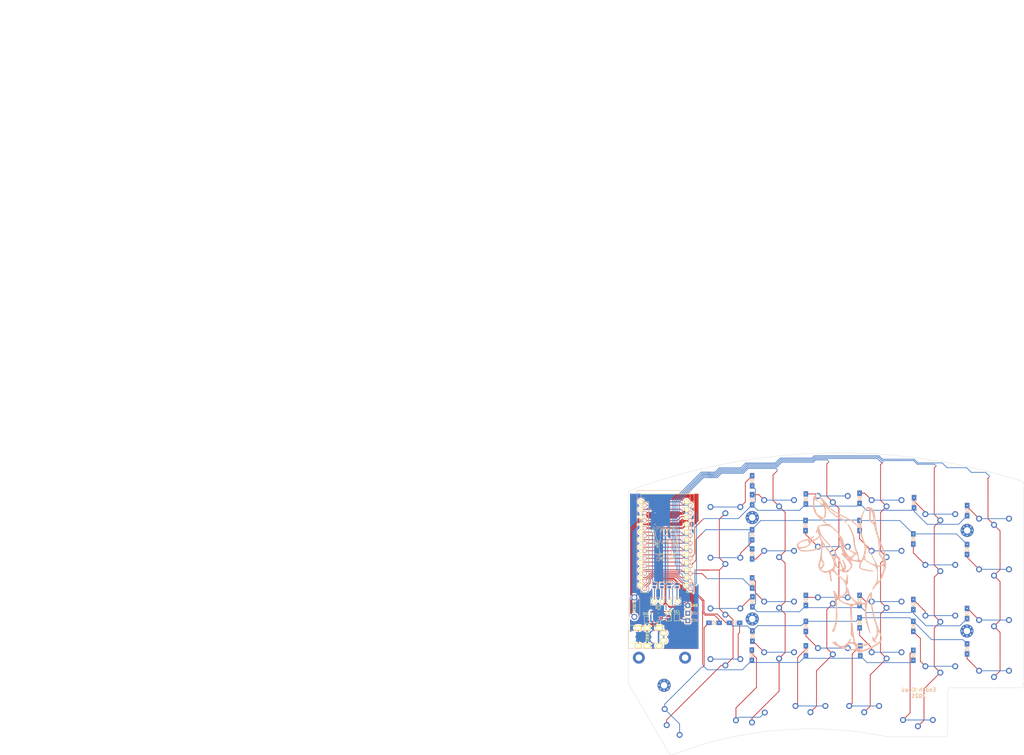
<source format=kicad_pcb>
(kicad_pcb (version 20171130) (host pcbnew 5.1.9)
  (layers (0 F.Cu signal) (31 B.Cu signal) (34 B.Paste user) (35 F.Paste user) (36 B.SilkS user) (37 F.SilkS user) (38 B.Mask user) (39 F.Mask user) (44 Edge.Cuts user))
  (net 0 "")
  (net 1 "Net-(D1-Pad2)")
  (net 2 row4)
  (net 3 "Net-(D2-Pad2)")
  (net 4 "Net-(D3-Pad2)")
  (net 5 row0)
  (net 6 "Net-(D4-Pad2)")
  (net 7 row1)
  (net 8 "Net-(D5-Pad2)")
  (net 9 row2)
  (net 10 "Net-(D6-Pad2)")
  (net 11 row3)
  (net 12 "Net-(D7-Pad2)")
  (net 13 "Net-(D8-Pad2)")
  (net 14 "Net-(D9-Pad2)")
  (net 15 "Net-(D10-Pad2)")
  (net 16 "Net-(D11-Pad2)")
  (net 17 "Net-(D12-Pad2)")
  (net 18 "Net-(D13-Pad2)")
  (net 19 "Net-(D14-Pad2)")
  (net 20 "Net-(D15-Pad2)")
  (net 21 "Net-(D16-Pad2)")
  (net 22 "Net-(D17-Pad2)")
  (net 23 "Net-(D18-Pad2)")
  (net 24 "Net-(D19-Pad2)")
  (net 25 "Net-(D20-Pad2)")
  (net 26 "Net-(D21-Pad2)")
  (net 27 "Net-(D22-Pad2)")
  (net 28 "Net-(D23-Pad2)")
  (net 29 "Net-(D24-Pad2)")
  (net 30 "Net-(D26-Pad2)")
  (net 31 "Net-(D27-Pad2)")
  (net 32 "Net-(D28-Pad2)")
  (net 33 VCC)
  (net 34 GND)
  (net 35 col0)
  (net 36 col1)
  (net 37 col2)
  (net 38 col3)
  (net 39 col4)
  (net 40 SDA)
  (net 41 LED)
  (net 42 SCL)
  (net 43 RESET)
  (net 44 "Net-(D29-Pad2)")
  (net 45 "Net-(U1-Pad24)")
  (net 46 "Net-(U1-Pad7)")
  (net 47 DATA)
  (net 48 "Net-(J3-Pad1)")
  (net 49 "Net-(J3-Pad2)")
  (net 50 "Net-(J3-Pad3)")
  (net 51 "Net-(J3-Pad4)")
  (net 52 "Net-(D30-Pad2)")
  (net 53 col5)
  (net 54 "Net-(U1-Pad19)")
  (net 55 "Net-(U1-Pad20)")
  (net 56 "Net-(J2-Pad4)")
  (net 57 "Net-(J2-Pad3)")
  (module art:birb (layer F.Cu) (at 102.5 68.25)
    (fp_text reference G*** hide)
    (fp_text value LOGO hide)
  )
  (module art:hand_right (layer F.Cu) (at 164 77.5)
    (fp_text reference G*** hide)
    (fp_text value LOGO hide)
  )
  (module art:hand (layer B.Cu) (at 164.25 77.5 180)
    (fp_text reference G*** hide)
    (fp_text value LOGO hide)
  )
  (module SofleKeyboard-footprint:Jumper (layer F.Cu) (at 103.746996 93.225493 90)
    (fp_text reference SDA (at 2.00038 0 180) (layer F.SilkS) (effects (font (size 0.8128 0.8128) (thickness 0.1524))))
    (fp_text value Jumper_NO_Small hide)
    (pad 2 smd rect (at 0.50038 0 90) (size 0.635 1.143) (layers F.Cu F.Paste F.Mask) (net 40 SDA) (clearance 0.1905))
    (pad 1 smd rect (at -0.50038 0 90) (size 0.635 1.143) (layers F.Cu F.Paste F.Mask) (net 57 "Net-(J2-Pad3)") (clearance 0.1905))
  )
  (module SofleKeyboard-footprint:Jumper (layer F.Cu) (at 106.496996 93.225493 90)
    (fp_text reference SCL (at 2.00038 0 180) (layer F.SilkS) (effects (font (size 0.8128 0.8128) (thickness 0.1524))))
    (fp_text value Jumper_NO_Small hide)
    (pad 2 smd rect (at 0.50038 0 90) (size 0.635 1.143) (layers F.Cu F.Paste F.Mask) (net 42 SCL) (clearance 0.1905))
    (pad 1 smd rect (at -0.50038 0 90) (size 0.635 1.143) (layers F.Cu F.Paste F.Mask) (net 56 "Net-(J2-Pad4)") (clearance 0.1905))
  )
  (module SofleKeyboard-footprint:Jumper (layer F.Cu) (at 96.5 94.00038 90)
    (fp_text reference DATA (at 2 0 180) (layer F.SilkS) (effects (font (size 0.8128 0.8128) (thickness 0.1524))))
    (fp_text value Jumper_NO_Small hide)
    (pad 2 smd rect (at 0.50038 0 90) (size 0.635 1.143) (layers F.Cu F.Paste F.Mask) (net 47 DATA) (clearance 0.1905))
    (pad 1 smd rect (at -0.50038 0 90) (size 0.635 1.143) (layers F.Cu F.Paste F.Mask) (net 57 "Net-(J2-Pad3)") (clearance 0.1905))
  )
  (module SofleKeyboard-footprint:M2_HOLE_PCB (layer F.Cu) (at 93.756996 106.698013)
    (fp_text reference TH1 hide)
    (fp_text value HOLE)
    (pad "" thru_hole circle (at 0 0) (size 4 4) (drill 2.2) (layers *.Cu *.Mask Dwgs.User))
  )
  (module SofleKeyboard-footprint:M2_HOLE_PCB (layer F.Cu) (at 109.256996 106.698013)
    (fp_text reference TH2 hide)
    (fp_text value HOLE)
    (pad "" thru_hole circle (at 0 0) (size 4 4) (drill 2.2) (layers *.Cu *.Mask Dwgs.User))
  )
  (module SofleKeyboard-footprint:Jumper (layer B.Cu) (at 106.556996 82.498013 90)
    (fp_text reference JP5 hide)
    (fp_text value Jumper_NO_Small hide)
    (pad 1 smd rect (at -0.50038 0 90) (size 0.635 1.143) (layers B.Cu B.Paste B.Mask) (net 51 "Net-(J3-Pad4)") (clearance 0.1905))
    (pad 2 smd rect (at 0.50038 0 90) (size 0.635 1.143) (layers B.Cu B.Paste B.Mask) (net 40 SDA) (clearance 0.1905))
  )
  (module Resistor_SMD:R_0603_1608Metric_Pad0.98x0.95mm_HandSolder (layer F.Cu) (at 100.296268 93.509978)
    (fp_text reference R1 (at 0.203732 1.490022) (layer F.SilkS))
    (fp_text value 4.7k)
    (pad 1 smd roundrect (at -0.9125 0) (size 0.975 0.95) (layers F.Cu F.Paste F.Mask) (net 33 VCC))
    (pad 2 smd roundrect (at 0.9125 0) (size 0.975 0.95) (layers F.Cu F.Paste F.Mask) (net 40 SDA))
  )
  (module SofleKeyboard-footprint:ProMicro (layer F.Cu) (at 103.256996 69.198013)
    (fp_text reference U1 hide)
    (fp_text value ProMicro hide)
    (pad 24 thru_hole circle (at 6.42 -14.77) (size 1.524 1.524) (drill 0.8128) (layers *.Cu *.Mask F.SilkS) (net 45 "Net-(U1-Pad24)"))
    (pad 23 thru_hole circle (at 6.42 -12.23) (size 1.524 1.524) (drill 0.8128) (layers *.Cu *.Mask F.SilkS) (net 34 GND))
    (pad 22 thru_hole circle (at 6.42 -9.69) (size 1.524 1.524) (drill 0.8128) (layers *.Cu *.Mask F.SilkS) (net 43 RESET))
    (pad 21 thru_hole circle (at 6.42 -7.15) (size 1.524 1.524) (drill 0.8128) (layers *.Cu *.Mask F.SilkS) (net 33 VCC))
    (pad 20 thru_hole circle (at 6.42 -4.61) (size 1.524 1.524) (drill 0.8128) (layers *.Cu *.Mask F.SilkS) (net 55 "Net-(U1-Pad20)"))
    (pad 19 thru_hole circle (at 6.42 -2.07) (size 1.524 1.524) (drill 0.8128) (layers *.Cu *.Mask F.SilkS) (net 54 "Net-(U1-Pad19)"))
    (pad 18 thru_hole circle (at 6.42 0.47) (size 1.524 1.524) (drill 0.8128) (layers *.Cu *.Mask F.SilkS) (net 35 col0))
    (pad 17 thru_hole circle (at 6.42 3.01) (size 1.524 1.524) (drill 0.8128) (layers *.Cu *.Mask F.SilkS) (net 36 col1))
    (pad 16 thru_hole circle (at 6.42 5.55) (size 1.524 1.524) (drill 0.8128) (layers *.Cu *.Mask F.SilkS) (net 37 col2))
    (pad 15 thru_hole circle (at 6.42 8.09) (size 1.524 1.524) (drill 0.8128) (layers *.Cu *.Mask F.SilkS) (net 38 col3))
    (pad 14 thru_hole circle (at 6.42 10.63) (size 1.524 1.524) (drill 0.8128) (layers *.Cu *.Mask F.SilkS) (net 39 col4))
    (pad 13 thru_hole circle (at 6.42 13.17) (size 1.524 1.524) (drill 0.8128) (layers *.Cu *.Mask F.SilkS) (net 53 col5))
    (pad 12 thru_hole circle (at -8.82 13.17) (size 1.524 1.524) (drill 0.8128) (layers *.Cu *.Mask F.SilkS) (net 2 row4))
    (pad 11 thru_hole circle (at -8.82 10.63) (size 1.524 1.524) (drill 0.8128) (layers *.Cu *.Mask F.SilkS) (net 11 row3))
    (pad 10 thru_hole circle (at -8.82 8.09) (size 1.524 1.524) (drill 0.8128) (layers *.Cu *.Mask F.SilkS) (net 9 row2))
    (pad 9 thru_hole circle (at -8.82 5.55) (size 1.524 1.524) (drill 0.8128) (layers *.Cu *.Mask F.SilkS) (net 7 row1))
    (pad 8 thru_hole circle (at -8.82 3.01) (size 1.524 1.524) (drill 0.8128) (layers *.Cu *.Mask F.SilkS) (net 5 row0))
    (pad 7 thru_hole circle (at -8.82 0.47) (size 1.524 1.524) (drill 0.8128) (layers *.Cu *.Mask F.SilkS) (net 46 "Net-(U1-Pad7)"))
    (pad 6 thru_hole circle (at -8.82 -2.07) (size 1.524 1.524) (drill 0.8128) (layers *.Cu *.Mask F.SilkS) (net 42 SCL))
    (pad 5 thru_hole circle (at -8.82 -4.61) (size 1.524 1.524) (drill 0.8128) (layers *.Cu *.Mask F.SilkS) (net 40 SDA))
    (pad 4 thru_hole circle (at -8.82 -7.15) (size 1.524 1.524) (drill 0.8128) (layers *.Cu *.Mask F.SilkS) (net 34 GND))
    (pad 3 thru_hole circle (at -8.82 -9.69) (size 1.524 1.524) (drill 0.8128) (layers *.Cu *.Mask F.SilkS) (net 34 GND))
    (pad 2 thru_hole circle (at -8.82 -12.23) (size 1.524 1.524) (drill 0.8128) (layers *.Cu *.Mask F.SilkS) (net 47 DATA))
    (pad 1 thru_hole circle (at -8.82 -14.77) (size 1.524 1.524) (drill 0.8128) (layers *.Cu *.Mask F.SilkS) (net 41 LED))
    (pad 5 thru_hole circle (at 7.718815 -3.414255 180) (size 1.524 1.524) (drill 0.8128) (layers *.Cu *.Mask B.SilkS) (net 40 SDA))
    (pad 7 thru_hole circle (at 7.718815 1.665745 180) (size 1.524 1.524) (drill 0.8128) (layers *.Cu *.Mask B.SilkS) (net 46 "Net-(U1-Pad7)"))
    (pad 24 thru_hole circle (at -7.521185 -13.574255 180) (size 1.524 1.524) (drill 0.8128) (layers *.Cu *.Mask B.SilkS) (net 45 "Net-(U1-Pad24)"))
    (pad 2 thru_hole circle (at 7.718815 -11.034255 180) (size 1.524 1.524) (drill 0.8128) (layers *.Cu *.Mask B.SilkS) (net 47 DATA))
    (pad 11 thru_hole circle (at 7.718815 11.825745 180) (size 1.524 1.524) (drill 0.8128) (layers *.Cu *.Mask B.SilkS) (net 11 row3))
    (pad 13 thru_hole circle (at -7.521185 14.365745 180) (size 1.524 1.524) (drill 0.8128) (layers *.Cu *.Mask B.SilkS) (net 53 col5))
    (pad 8 thru_hole circle (at 7.718815 4.205745 180) (size 1.524 1.524) (drill 0.8128) (layers *.Cu *.Mask B.SilkS) (net 5 row0))
    (pad 9 thru_hole circle (at 7.718815 6.745745 180) (size 1.524 1.524) (drill 0.8128) (layers *.Cu *.Mask B.SilkS) (net 7 row1))
    (pad 17 thru_hole circle (at -7.521185 4.205745 180) (size 1.524 1.524) (drill 0.8128) (layers *.Cu *.Mask B.SilkS) (net 36 col1))
    (pad 15 thru_hole circle (at -7.521185 9.285745 180) (size 1.524 1.524) (drill 0.8128) (layers *.Cu *.Mask B.SilkS) (net 38 col3))
    (pad 20 thru_hole circle (at -7.521185 -3.414255 180) (size 1.524 1.524) (drill 0.8128) (layers *.Cu *.Mask B.SilkS) (net 55 "Net-(U1-Pad20)"))
    (pad 21 thru_hole circle (at -7.521185 -5.954255 180) (size 1.524 1.524) (drill 0.8128) (layers *.Cu *.Mask B.SilkS) (net 33 VCC))
    (pad 23 thru_hole circle (at -7.521185 -11.034255 180) (size 1.524 1.524) (drill 0.8128) (layers *.Cu *.Mask B.SilkS) (net 34 GND))
    (pad 19 thru_hole circle (at -7.521185 -0.874255 180) (size 1.524 1.524) (drill 0.8128) (layers *.Cu *.Mask B.SilkS) (net 54 "Net-(U1-Pad19)"))
    (pad 12 thru_hole circle (at 7.718815 14.365745 180) (size 1.524 1.524) (drill 0.8128) (layers *.Cu *.Mask B.SilkS) (net 2 row4))
    (pad 16 thru_hole circle (at -7.521185 6.745745 180) (size 1.524 1.524) (drill 0.8128) (layers *.Cu *.Mask B.SilkS) (net 37 col2))
    (pad 1 thru_hole circle (at 7.718815 -13.574255 180) (size 1.524 1.524) (drill 0.8128) (layers *.Cu *.Mask B.SilkS) (net 41 LED))
    (pad 3 thru_hole circle (at 7.718815 -8.494255 180) (size 1.524 1.524) (drill 0.8128) (layers *.Cu *.Mask B.SilkS) (net 34 GND))
    (pad 14 thru_hole circle (at -7.521185 11.825745 180) (size 1.524 1.524) (drill 0.8128) (layers *.Cu *.Mask B.SilkS) (net 39 col4))
    (pad 4 thru_hole circle (at 7.718815 -5.954255 180) (size 1.524 1.524) (drill 0.8128) (layers *.Cu *.Mask B.SilkS) (net 34 GND))
    (pad 6 thru_hole circle (at 7.718815 -0.874255 180) (size 1.524 1.524) (drill 0.8128) (layers *.Cu *.Mask B.SilkS) (net 42 SCL))
    (pad 18 thru_hole circle (at -7.521185 1.665745 180) (size 1.524 1.524) (drill 0.8128) (layers *.Cu *.Mask B.SilkS) (net 35 col0))
    (pad 10 thru_hole circle (at 7.718815 9.285745 180) (size 1.524 1.524) (drill 0.8128) (layers *.Cu *.Mask B.SilkS) (net 9 row2))
    (pad 22 thru_hole circle (at -7.521185 -8.494255 180) (size 1.524 1.524) (drill 0.8128) (layers *.Cu *.Mask B.SilkS) (net 43 RESET))
  )
  (module SofleKeyboard-footprint:TACT_SWITCH_TVBP06 (layer F.Cu) (at 92.256996 89.75 270)
    (fp_text reference RSW1 hide)
    (fp_text value SW_RST hide)
    (fp_text user RESET (at 0 0 270) (layer F.SilkS) (effects (font (size 0.8 0.8))))
    (fp_text user RESET (at 0 0 270) (layer F.SilkS) (effects (font (size 0.8 0.8))))
    (pad 1 thru_hole circle (at -3.25 0 270) (size 2 2) (drill 1.3) (layers *.Cu *.Mask) (net 34 GND))
    (pad 2 thru_hole circle (at 3.25 0 270) (size 2 2) (drill 1.3) (layers *.Cu *.Mask) (net 43 RESET))
  )
  (module SofleKeyboard-footprint:Jumper (layer B.Cu) (at 103.956996 82.498013 90)
    (fp_text reference JP6 hide)
    (fp_text value Jumper_NO_Small hide)
    (pad 1 smd rect (at -0.50038 0 90) (size 0.635 1.143) (layers B.Cu B.Paste B.Mask) (net 50 "Net-(J3-Pad3)") (clearance 0.1905))
    (pad 2 smd rect (at 0.50038 0 90) (size 0.635 1.143) (layers B.Cu B.Paste B.Mask) (net 42 SCL) (clearance 0.1905))
  )
  (module SofleKeyboard-footprint:Jumper (layer F.Cu) (at 101.456996 82.498013 90)
    (fp_text reference JP3 hide)
    (fp_text value Jumper_NO_Small hide)
    (pad 1 smd rect (at -0.50038 0 90) (size 0.635 1.143) (layers F.Cu F.Paste F.Mask) (net 49 "Net-(J3-Pad2)") (clearance 0.1905))
    (pad 2 smd rect (at 0.50038 0 90) (size 0.635 1.143) (layers F.Cu F.Paste F.Mask) (net 42 SCL) (clearance 0.1905))
  )
  (module SofleKeyboard-footprint:OLED_4Pin (layer F.Cu) (at 98.956996 87.798013)
    (fp_text reference J3 hide)
    (fp_text value OLED hide)
    (pad 1 thru_hole circle (at 0 0) (size 1.397 1.397) (drill 0.8128) (layers *.Cu *.Mask F.SilkS) (net 48 "Net-(J3-Pad1)"))
    (pad 2 thru_hole circle (at 2.54 0) (size 1.397 1.397) (drill 0.8128) (layers *.Cu *.Mask F.SilkS) (net 49 "Net-(J3-Pad2)"))
    (pad 3 thru_hole circle (at 5.08 0) (size 1.397 1.397) (drill 0.8128) (layers *.Cu *.Mask F.SilkS) (net 50 "Net-(J3-Pad3)"))
    (pad 4 thru_hole circle (at 7.62 0) (size 1.397 1.397) (drill 0.8128) (layers *.Cu *.Mask F.SilkS) (net 51 "Net-(J3-Pad4)"))
  )
  (module SofleKeyboard-footprint:LED (layer F.Cu) (at 110.156996 94.298013 180)
    (fp_text reference J1 hide)
    (fp_text value LED hide)
    (fp_text user VCC (at -2.2 0.1) (layer B.SilkS) (effects (font (size 0.8 0.8)) (justify mirror)))
    (fp_text user VCC (at -2.2 0.1) (layer B.SilkS) (effects (font (size 0.8 0.8)) (justify mirror)))
    (fp_text user GND (at -2.1 5.1) (layer F.SilkS) (effects (font (size 0.8 0.8))))
    (fp_text user LED (at -2.2 2.5) (layer B.SilkS) (effects (font (size 0.8 0.8)) (justify mirror)))
    (fp_text user LED (at -2.2 2.5) (layer B.SilkS) (effects (font (size 0.8 0.8)) (justify mirror)))
    (fp_text user GND (at -2.1 5.1) (layer F.SilkS) (effects (font (size 0.8 0.8))))
    (pad 3 thru_hole rect (at 0 5.1 180) (size 1.524 1.524) (drill 1) (layers *.Cu *.Mask) (net 34 GND))
    (pad 2 thru_hole rect (at 0 2.5 180) (size 1.524 1.524) (drill 1) (layers *.Cu *.Mask) (net 41 LED))
    (pad 1 thru_hole rect (at 0 0 270) (size 1.524 1.524) (drill 1) (layers *.Cu *.Mask) (net 33 VCC))
  )
  (module SofleKeyboard-footprint:Jumper (layer F.Cu) (at 98.956996 82.498013 90)
    (fp_text reference JP4 hide)
    (fp_text value Jumper_NO_Small hide)
    (pad 1 smd rect (at -0.50038 0 90) (size 0.635 1.143) (layers F.Cu F.Paste F.Mask) (net 48 "Net-(J3-Pad1)") (clearance 0.1905))
    (pad 2 smd rect (at 0.50038 0 90) (size 0.635 1.143) (layers F.Cu F.Paste F.Mask) (net 40 SDA) (clearance 0.1905))
  )
  (module SofleKeyboard-footprint:Jumper (layer B.Cu) (at 98.956996 82.498013 90)
    (fp_text reference JP8 hide)
    (fp_text value Jumper_NO_Small hide)
    (pad 1 smd rect (at -0.50038 0 90) (size 0.635 1.143) (layers B.Cu B.Paste B.Mask) (net 48 "Net-(J3-Pad1)") (clearance 0.1905))
    (pad 2 smd rect (at 0.50038 0 90) (size 0.635 1.143) (layers B.Cu B.Paste B.Mask) (net 34 GND) (clearance 0.1905))
  )
  (module SofleKeyboard-footprint:Jumper (layer B.Cu) (at 101.456996 82.498013 90)
    (fp_text reference JP7 hide)
    (fp_text value Jumper_NO_Small hide)
    (pad 1 smd rect (at -0.50038 0 90) (size 0.635 1.143) (layers B.Cu B.Paste B.Mask) (net 49 "Net-(J3-Pad2)") (clearance 0.1905))
    (pad 2 smd rect (at 0.50038 0 90) (size 0.635 1.143) (layers B.Cu B.Paste B.Mask) (net 33 VCC) (clearance 0.1905))
  )
  (module SofleKeyboard-footprint:Jumper (layer F.Cu) (at 106.556996 82.498013 90)
    (fp_text reference JP1 hide)
    (fp_text value Jumper_NO_Small hide)
    (pad 1 smd rect (at -0.50038 0 90) (size 0.635 1.143) (layers F.Cu F.Paste F.Mask) (net 51 "Net-(J3-Pad4)") (clearance 0.1905))
    (pad 2 smd rect (at 0.50038 0 90) (size 0.635 1.143) (layers F.Cu F.Paste F.Mask) (net 34 GND) (clearance 0.1905))
  )
  (module SofleKeyboard-footprint:Jumper (layer F.Cu) (at 103.956996 82.498013 90)
    (fp_text reference JP2 hide)
    (fp_text value Jumper_NO_Small hide)
    (pad 1 smd rect (at -0.50038 0 90) (size 0.635 1.143) (layers F.Cu F.Paste F.Mask) (net 50 "Net-(J3-Pad3)") (clearance 0.1905))
    (pad 2 smd rect (at 0.50038 0 90) (size 0.635 1.143) (layers F.Cu F.Paste F.Mask) (net 33 VCC) (clearance 0.1905))
  )
  (module SofleKeyboard-footprint:MJ-4PP-9 (layer F.Cu) (at 90.256996 98.848013 90)
    (fp_text reference J2)
    (fp_text value 4PIN hide)
    (fp_text user TRRS (at -0.75 6.45 90) (layer F.SilkS))
    (fp_text user TRRS (at -0.75 6.45 90) (layer F.SilkS))
    (pad 4 thru_hole oval (at -2.1 11.8 90) (size 1.7 2.5) (drill oval 1 1.5) (layers *.Cu *.Mask F.SilkS) (net 56 "Net-(J2-Pad4)") (clearance 0.15))
    (pad 1 thru_hole oval (at 2.1 10.3 90) (size 1.7 2.5) (drill oval 1 1.5) (layers *.Cu *.Mask F.SilkS) (net 33 VCC) (clearance 0.15))
    (pad 2 thru_hole oval (at 2.1 6.3 90) (size 1.7 2.5) (drill oval 1 1.5) (layers *.Cu *.Mask F.SilkS) (net 34 GND))
    (pad 3 thru_hole oval (at 2.1 3.3 90) (size 1.7 2.5) (drill oval 1 1.5) (layers *.Cu *.Mask F.SilkS) (net 57 "Net-(J2-Pad3)"))
    (pad "" np_thru_hole circle (at 0 8.5 90) (size 1.2 1.2) (drill 1.2) (layers *.Cu *.Mask F.SilkS))
    (pad "" np_thru_hole circle (at 0 1.5 90) (size 1.2 1.2) (drill 1.2) (layers *.Cu *.Mask F.SilkS))
    (pad 2 thru_hole oval (at -3.85 6.3 90) (size 1.7 2.5) (drill oval 1 1.5) (layers *.Cu *.Mask F.SilkS) (net 34 GND))
    (pad 3 thru_hole oval (at -3.85 3.3 90) (size 1.7 2.5) (drill oval 1 1.5) (layers *.Cu *.Mask F.SilkS) (net 57 "Net-(J2-Pad3)"))
    (pad 4 thru_hole oval (at 0.35 11.8 90) (size 1.7 2.5) (drill oval 1 1.5) (layers *.Cu *.Mask F.SilkS) (net 56 "Net-(J2-Pad4)") (clearance 0.15))
    (pad 1 thru_hole oval (at -3.85 10.3 90) (size 1.7 2.5) (drill oval 1 1.5) (layers *.Cu *.Mask F.SilkS) (net 33 VCC) (clearance 0.15))
    (pad "" np_thru_hole circle (at -1.75 1.5 90) (size 1.2 1.2) (drill 1.2) (layers *.Cu *.Mask F.SilkS))
    (pad "" np_thru_hole circle (at -1.75 8.5 90) (size 1.2 1.2) (drill 1.2) (layers *.Cu *.Mask F.SilkS))
  )
  (module Resistor_SMD:R_0603_1608Metric_Pad0.98x0.95mm_HandSolder (layer F.Cu) (at 100.296268 91.259978)
    (fp_text reference R2 (at -0.046268 -1.259978) (layer F.SilkS))
    (fp_text value 4.7k)
    (pad 1 smd roundrect (at -0.9125 0) (size 0.975 0.95) (layers F.Cu F.Paste F.Mask) (net 33 VCC))
    (pad 2 smd roundrect (at 0.9125 0) (size 0.975 0.95) (layers F.Cu F.Paste F.Mask) (net 42 SCL))
  )
  (module choc:Kailh-PG1350-1u-reversible-flip (layer F.Cu) (at 122.747 52.3781)
    (fp_text reference SW1)
    (fp_text value SW_PUSH hide)
    (pad "" np_thru_hole circle (at -5.22 -4.2 180) (size 1.2 1.2) (drill 1.2) (layers *.Cu))
    (pad 2 thru_hole circle (at 5 3.8 41.9) (size 2 2) (drill 1.2) (layers *.Cu *.Mask) (net 1 "Net-(D1-Pad2)"))
    (pad "" np_thru_hole circle (at 5.22 -4.2 180) (size 1.2 1.2) (drill 1.2) (layers *.Cu))
    (pad "" np_thru_hole circle (at 0 0 180) (size 3.4 3.4) (drill 3.4) (layers *.Cu))
    (pad 1 thru_hole circle (at 0 5.9 180) (size 2 2) (drill 1.2) (layers *.Cu *.Mask) (net 53 col5))
    (pad 2 thru_hole circle (at -5 3.8 41.9) (size 2 2) (drill 1.2) (layers *.Cu *.Mask) (net 1 "Net-(D1-Pad2)"))
    (pad "" np_thru_hole circle (at -5.5 0 180) (size 1.7 1.7) (drill 1.7) (layers *.Cu))
    (pad "" np_thru_hole circle (at 5.5 0 180) (size 1.7 1.7) (drill 1.7) (layers *.Cu))
  )
  (module MountingHole:MountingHole_2.2mm_M2_Pad_Via (layer F.Cu) (at 203.656996 97.748013)
    (fp_text reference TH6)
    (fp_text value HOLE)
    (pad 1 thru_hole circle (at 1.166726 -1.166726) (size 0.7 0.7) (drill 0.4) (layers *.Cu *.Mask))
    (pad 1 thru_hole circle (at 0 -1.65) (size 0.7 0.7) (drill 0.4) (layers *.Cu *.Mask))
    (pad 1 thru_hole circle (at -1.166726 -1.166726) (size 0.7 0.7) (drill 0.4) (layers *.Cu *.Mask))
    (pad 1 thru_hole circle (at -1.65 0) (size 0.7 0.7) (drill 0.4) (layers *.Cu *.Mask))
    (pad 1 thru_hole circle (at -1.166726 1.166726) (size 0.7 0.7) (drill 0.4) (layers *.Cu *.Mask))
    (pad 1 thru_hole circle (at 0 1.65) (size 0.7 0.7) (drill 0.4) (layers *.Cu *.Mask))
    (pad 1 thru_hole circle (at 1.166726 1.166726) (size 0.7 0.7) (drill 0.4) (layers *.Cu *.Mask))
    (pad 1 thru_hole circle (at 1.65 0) (size 0.7 0.7) (drill 0.4) (layers *.Cu *.Mask))
    (pad 1 thru_hole circle (at 0 0) (size 4.4 4.4) (drill 2.2) (layers *.Cu *.Mask))
  )
  (module MountingHole:MountingHole_2.2mm_M2_Pad_Via (layer F.Cu) (at 203.746996 64.025112)
    (fp_text reference TH4)
    (fp_text value HOLE)
    (pad 1 thru_hole circle (at 1.166726 -1.166726) (size 0.7 0.7) (drill 0.4) (layers *.Cu *.Mask))
    (pad 1 thru_hole circle (at 0 -1.65) (size 0.7 0.7) (drill 0.4) (layers *.Cu *.Mask))
    (pad 1 thru_hole circle (at -1.166726 -1.166726) (size 0.7 0.7) (drill 0.4) (layers *.Cu *.Mask))
    (pad 1 thru_hole circle (at -1.65 0) (size 0.7 0.7) (drill 0.4) (layers *.Cu *.Mask))
    (pad 1 thru_hole circle (at -1.166726 1.166726) (size 0.7 0.7) (drill 0.4) (layers *.Cu *.Mask))
    (pad 1 thru_hole circle (at 0 1.65) (size 0.7 0.7) (drill 0.4) (layers *.Cu *.Mask))
    (pad 1 thru_hole circle (at 1.166726 1.166726) (size 0.7 0.7) (drill 0.4) (layers *.Cu *.Mask))
    (pad 1 thru_hole circle (at 1.65 0) (size 0.7 0.7) (drill 0.4) (layers *.Cu *.Mask))
    (pad 1 thru_hole circle (at 0 0) (size 4.4 4.4) (drill 2.2) (layers *.Cu *.Mask))
  )
  (module choc:Kailh-PG1350-1u-reversible-flip (layer F.Cu) (at 122.747 86.3781)
    (fp_text reference SW13)
    (fp_text value SW_PUSH hide)
    (pad "" np_thru_hole circle (at -5.22 -4.2 180) (size 1.2 1.2) (drill 1.2) (layers *.Cu))
    (pad 2 thru_hole circle (at 5 3.8 41.9) (size 2 2) (drill 1.2) (layers *.Cu *.Mask) (net 18 "Net-(D13-Pad2)"))
    (pad "" np_thru_hole circle (at 5.22 -4.2 180) (size 1.2 1.2) (drill 1.2) (layers *.Cu))
    (pad "" np_thru_hole circle (at 0 0 180) (size 3.4 3.4) (drill 3.4) (layers *.Cu))
    (pad 1 thru_hole circle (at 0 5.9 180) (size 2 2) (drill 1.2) (layers *.Cu *.Mask) (net 53 col5))
    (pad 2 thru_hole circle (at -5 3.8 41.9) (size 2 2) (drill 1.2) (layers *.Cu *.Mask) (net 18 "Net-(D13-Pad2)"))
    (pad "" np_thru_hole circle (at -5.5 0 180) (size 1.7 1.7) (drill 1.7) (layers *.Cu))
    (pad "" np_thru_hole circle (at 5.5 0 180) (size 1.7 1.7) (drill 1.7) (layers *.Cu))
  )
  (module choc:Kailh-PG1350-1u-reversible-flip (layer F.Cu) (at 158.747 99.6781)
    (fp_text reference SW21)
    (fp_text value SW_PUSH hide)
    (pad "" np_thru_hole circle (at -5.22 -4.2 180) (size 1.2 1.2) (drill 1.2) (layers *.Cu))
    (pad 2 thru_hole circle (at 5 3.8 41.9) (size 2 2) (drill 1.2) (layers *.Cu *.Mask) (net 26 "Net-(D21-Pad2)"))
    (pad "" np_thru_hole circle (at 5.22 -4.2 180) (size 1.2 1.2) (drill 1.2) (layers *.Cu))
    (pad "" np_thru_hole circle (at 0 0 180) (size 3.4 3.4) (drill 3.4) (layers *.Cu))
    (pad 1 thru_hole circle (at 0 5.9 180) (size 2 2) (drill 1.2) (layers *.Cu *.Mask) (net 38 col3))
    (pad 2 thru_hole circle (at -5 3.8 41.9) (size 2 2) (drill 1.2) (layers *.Cu *.Mask) (net 26 "Net-(D21-Pad2)"))
    (pad "" np_thru_hole circle (at -5.5 0 180) (size 1.7 1.7) (drill 1.7) (layers *.Cu))
    (pad "" np_thru_hole circle (at 5.5 0 180) (size 1.7 1.7) (drill 1.7) (layers *.Cu))
  )
  (module choc:Kailh-PG1350-1u-reversible-flip (layer F.Cu) (at 212.747 73.2781)
    (fp_text reference SW12)
    (fp_text value SW_PUSH hide)
    (pad "" np_thru_hole circle (at -5.22 -4.2 180) (size 1.2 1.2) (drill 1.2) (layers *.Cu))
    (pad 2 thru_hole circle (at 5 3.8 41.9) (size 2 2) (drill 1.2) (layers *.Cu *.Mask) (net 17 "Net-(D12-Pad2)"))
    (pad "" np_thru_hole circle (at 5.22 -4.2 180) (size 1.2 1.2) (drill 1.2) (layers *.Cu))
    (pad "" np_thru_hole circle (at 0 0 180) (size 3.4 3.4) (drill 3.4) (layers *.Cu))
    (pad 1 thru_hole circle (at 0 5.9 180) (size 2 2) (drill 1.2) (layers *.Cu *.Mask) (net 35 col0))
    (pad 2 thru_hole circle (at -5 3.8 41.9) (size 2 2) (drill 1.2) (layers *.Cu *.Mask) (net 17 "Net-(D12-Pad2)"))
    (pad "" np_thru_hole circle (at -5.5 0 180) (size 1.7 1.7) (drill 1.7) (layers *.Cu))
    (pad "" np_thru_hole circle (at 5.5 0 180) (size 1.7 1.7) (drill 1.7) (layers *.Cu))
  )
  (module choc:Kailh-PG1350-1u-reversible-flip (layer F.Cu) (at 194.747 105.7781)
    (fp_text reference SW23)
    (fp_text value SW_PUSH hide)
    (pad "" np_thru_hole circle (at -5.22 -4.2 180) (size 1.2 1.2) (drill 1.2) (layers *.Cu))
    (pad 2 thru_hole circle (at 5 3.8 41.9) (size 2 2) (drill 1.2) (layers *.Cu *.Mask) (net 28 "Net-(D23-Pad2)"))
    (pad "" np_thru_hole circle (at 5.22 -4.2 180) (size 1.2 1.2) (drill 1.2) (layers *.Cu))
    (pad "" np_thru_hole circle (at 0 0 180) (size 3.4 3.4) (drill 3.4) (layers *.Cu))
    (pad 1 thru_hole circle (at 0 5.9 180) (size 2 2) (drill 1.2) (layers *.Cu *.Mask) (net 36 col1))
    (pad 2 thru_hole circle (at -5 3.8 41.9) (size 2 2) (drill 1.2) (layers *.Cu *.Mask) (net 28 "Net-(D23-Pad2)"))
    (pad "" np_thru_hole circle (at -5.5 0 180) (size 1.7 1.7) (drill 1.7) (layers *.Cu))
    (pad "" np_thru_hole circle (at 5.5 0 180) (size 1.7 1.7) (drill 1.7) (layers *.Cu))
  )
  (module choc:Kailh-PG1350-1u-reversible-flip (layer F.Cu) (at 176.747 50.0781)
    (fp_text reference SW4)
    (fp_text value SW_PUSH hide)
    (pad "" np_thru_hole circle (at -5.22 -4.2 180) (size 1.2 1.2) (drill 1.2) (layers *.Cu))
    (pad 2 thru_hole circle (at 5 3.8 41.9) (size 2 2) (drill 1.2) (layers *.Cu *.Mask) (net 6 "Net-(D4-Pad2)"))
    (pad "" np_thru_hole circle (at 5.22 -4.2 180) (size 1.2 1.2) (drill 1.2) (layers *.Cu))
    (pad "" np_thru_hole circle (at 0 0 180) (size 3.4 3.4) (drill 3.4) (layers *.Cu))
    (pad 1 thru_hole circle (at 0 5.9 180) (size 2 2) (drill 1.2) (layers *.Cu *.Mask) (net 37 col2))
    (pad 2 thru_hole circle (at -5 3.8 41.9) (size 2 2) (drill 1.2) (layers *.Cu *.Mask) (net 6 "Net-(D4-Pad2)"))
    (pad "" np_thru_hole circle (at -5.5 0 180) (size 1.7 1.7) (drill 1.7) (layers *.Cu))
    (pad "" np_thru_hole circle (at 5.5 0 180) (size 1.7 1.7) (drill 1.7) (layers *.Cu))
  )
  (module choc:Kailh-PG1350-1u-reversible-flip (layer F.Cu) (at 194.747 88.7781)
    (fp_text reference SW17)
    (fp_text value SW_PUSH hide)
    (pad "" np_thru_hole circle (at -5.22 -4.2 180) (size 1.2 1.2) (drill 1.2) (layers *.Cu))
    (pad 2 thru_hole circle (at 5 3.8 41.9) (size 2 2) (drill 1.2) (layers *.Cu *.Mask) (net 22 "Net-(D17-Pad2)"))
    (pad "" np_thru_hole circle (at 5.22 -4.2 180) (size 1.2 1.2) (drill 1.2) (layers *.Cu))
    (pad "" np_thru_hole circle (at 0 0 180) (size 3.4 3.4) (drill 3.4) (layers *.Cu))
    (pad 1 thru_hole circle (at 0 5.9 180) (size 2 2) (drill 1.2) (layers *.Cu *.Mask) (net 36 col1))
    (pad 2 thru_hole circle (at -5 3.8 41.9) (size 2 2) (drill 1.2) (layers *.Cu *.Mask) (net 22 "Net-(D17-Pad2)"))
    (pad "" np_thru_hole circle (at -5.5 0 180) (size 1.7 1.7) (drill 1.7) (layers *.Cu))
    (pad "" np_thru_hole circle (at 5.5 0 180) (size 1.7 1.7) (drill 1.7) (layers *.Cu))
  )
  (module MountingHole:MountingHole_2.2mm_M2_Pad_Via (layer F.Cu) (at 102.206992 115.952722 90)
    (fp_text reference TH7)
    (fp_text value HOLE)
    (pad 1 thru_hole circle (at 1.166726 -1.166726 90) (size 0.7 0.7) (drill 0.4) (layers *.Cu *.Mask))
    (pad 1 thru_hole circle (at 0 -1.65 90) (size 0.7 0.7) (drill 0.4) (layers *.Cu *.Mask))
    (pad 1 thru_hole circle (at -1.166726 -1.166726 90) (size 0.7 0.7) (drill 0.4) (layers *.Cu *.Mask))
    (pad 1 thru_hole circle (at -1.65 0 90) (size 0.7 0.7) (drill 0.4) (layers *.Cu *.Mask))
    (pad 1 thru_hole circle (at -1.166726 1.166726 90) (size 0.7 0.7) (drill 0.4) (layers *.Cu *.Mask))
    (pad 1 thru_hole circle (at 0 1.65 90) (size 0.7 0.7) (drill 0.4) (layers *.Cu *.Mask))
    (pad 1 thru_hole circle (at 1.166726 1.166726 90) (size 0.7 0.7) (drill 0.4) (layers *.Cu *.Mask))
    (pad 1 thru_hole circle (at 1.65 0 90) (size 0.7 0.7) (drill 0.4) (layers *.Cu *.Mask))
    (pad 1 thru_hole circle (at 0 0 90) (size 4.4 4.4) (drill 2.2) (layers *.Cu *.Mask))
  )
  (module choc:Kailh-PG1350-1u-reversible-flip (layer F.Cu) (at 140.747 84.0781)
    (fp_text reference SW14)
    (fp_text value SW_PUSH hide)
    (pad "" np_thru_hole circle (at -5.22 -4.2 180) (size 1.2 1.2) (drill 1.2) (layers *.Cu))
    (pad 2 thru_hole circle (at 5 3.8 41.9) (size 2 2) (drill 1.2) (layers *.Cu *.Mask) (net 19 "Net-(D14-Pad2)"))
    (pad "" np_thru_hole circle (at 5.22 -4.2 180) (size 1.2 1.2) (drill 1.2) (layers *.Cu))
    (pad "" np_thru_hole circle (at 0 0 180) (size 3.4 3.4) (drill 3.4) (layers *.Cu))
    (pad 1 thru_hole circle (at 0 5.9 180) (size 2 2) (drill 1.2) (layers *.Cu *.Mask) (net 39 col4))
    (pad 2 thru_hole circle (at -5 3.8 41.9) (size 2 2) (drill 1.2) (layers *.Cu *.Mask) (net 19 "Net-(D14-Pad2)"))
    (pad "" np_thru_hole circle (at -5.5 0 180) (size 1.7 1.7) (drill 1.7) (layers *.Cu))
    (pad "" np_thru_hole circle (at 5.5 0 180) (size 1.7 1.7) (drill 1.7) (layers *.Cu))
  )
  (module choc:Kailh-PG1350-1u-reversible-flip (layer F.Cu) (at 176.747 67.0781)
    (fp_text reference SW10)
    (fp_text value SW_PUSH hide)
    (pad "" np_thru_hole circle (at -5.22 -4.2 180) (size 1.2 1.2) (drill 1.2) (layers *.Cu))
    (pad 2 thru_hole circle (at 5 3.8 41.9) (size 2 2) (drill 1.2) (layers *.Cu *.Mask) (net 15 "Net-(D10-Pad2)"))
    (pad "" np_thru_hole circle (at 5.22 -4.2 180) (size 1.2 1.2) (drill 1.2) (layers *.Cu))
    (pad "" np_thru_hole circle (at 0 0 180) (size 3.4 3.4) (drill 3.4) (layers *.Cu))
    (pad 1 thru_hole circle (at 0 5.9 180) (size 2 2) (drill 1.2) (layers *.Cu *.Mask) (net 37 col2))
    (pad 2 thru_hole circle (at -5 3.8 41.9) (size 2 2) (drill 1.2) (layers *.Cu *.Mask) (net 15 "Net-(D10-Pad2)"))
    (pad "" np_thru_hole circle (at -5.5 0 180) (size 1.7 1.7) (drill 1.7) (layers *.Cu))
    (pad "" np_thru_hole circle (at 5.5 0 180) (size 1.7 1.7) (drill 1.7) (layers *.Cu))
  )
  (module choc:Kailh-PG1350-1u-reversible-flip (layer F.Cu) (at 140.747 67.0781)
    (fp_text reference SW8)
    (fp_text value SW_PUSH hide)
    (pad "" np_thru_hole circle (at -5.22 -4.2 180) (size 1.2 1.2) (drill 1.2) (layers *.Cu))
    (pad 2 thru_hole circle (at 5 3.8 41.9) (size 2 2) (drill 1.2) (layers *.Cu *.Mask) (net 13 "Net-(D8-Pad2)"))
    (pad "" np_thru_hole circle (at 5.22 -4.2 180) (size 1.2 1.2) (drill 1.2) (layers *.Cu))
    (pad "" np_thru_hole circle (at 0 0 180) (size 3.4 3.4) (drill 3.4) (layers *.Cu))
    (pad 1 thru_hole circle (at 0 5.9 180) (size 2 2) (drill 1.2) (layers *.Cu *.Mask) (net 39 col4))
    (pad 2 thru_hole circle (at -5 3.8 41.9) (size 2 2) (drill 1.2) (layers *.Cu *.Mask) (net 13 "Net-(D8-Pad2)"))
    (pad "" np_thru_hole circle (at -5.5 0 180) (size 1.7 1.7) (drill 1.7) (layers *.Cu))
    (pad "" np_thru_hole circle (at 5.5 0 180) (size 1.7 1.7) (drill 1.7) (layers *.Cu))
  )
  (module choc:Kailh-PG1350-1u-reversible-flip (layer F.Cu) (at 176.747 101.0781)
    (fp_text reference SW22)
    (fp_text value SW_PUSH hide)
    (pad "" np_thru_hole circle (at -5.22 -4.2 180) (size 1.2 1.2) (drill 1.2) (layers *.Cu))
    (pad 2 thru_hole circle (at 5 3.8 41.9) (size 2 2) (drill 1.2) (layers *.Cu *.Mask) (net 27 "Net-(D22-Pad2)"))
    (pad "" np_thru_hole circle (at 5.22 -4.2 180) (size 1.2 1.2) (drill 1.2) (layers *.Cu))
    (pad "" np_thru_hole circle (at 0 0 180) (size 3.4 3.4) (drill 3.4) (layers *.Cu))
    (pad 1 thru_hole circle (at 0 5.9 180) (size 2 2) (drill 1.2) (layers *.Cu *.Mask) (net 37 col2))
    (pad 2 thru_hole circle (at -5 3.8 41.9) (size 2 2) (drill 1.2) (layers *.Cu *.Mask) (net 27 "Net-(D22-Pad2)"))
    (pad "" np_thru_hole circle (at -5.5 0 180) (size 1.7 1.7) (drill 1.7) (layers *.Cu))
    (pad "" np_thru_hole circle (at 5.5 0 180) (size 1.7 1.7) (drill 1.7) (layers *.Cu))
  )
  (module choc:Kailh-PG1350-1u-reversible-flip (layer F.Cu) (at 212.747 90.2781)
    (fp_text reference SW18)
    (fp_text value SW_PUSH hide)
    (pad "" np_thru_hole circle (at -5.22 -4.2 180) (size 1.2 1.2) (drill 1.2) (layers *.Cu))
    (pad 2 thru_hole circle (at 5 3.8 41.9) (size 2 2) (drill 1.2) (layers *.Cu *.Mask) (net 23 "Net-(D18-Pad2)"))
    (pad "" np_thru_hole circle (at 5.22 -4.2 180) (size 1.2 1.2) (drill 1.2) (layers *.Cu))
    (pad "" np_thru_hole circle (at 0 0 180) (size 3.4 3.4) (drill 3.4) (layers *.Cu))
    (pad 1 thru_hole circle (at 0 5.9 180) (size 2 2) (drill 1.2) (layers *.Cu *.Mask) (net 35 col0))
    (pad 2 thru_hole circle (at -5 3.8 41.9) (size 2 2) (drill 1.2) (layers *.Cu *.Mask) (net 23 "Net-(D18-Pad2)"))
    (pad "" np_thru_hole circle (at -5.5 0 180) (size 1.7 1.7) (drill 1.7) (layers *.Cu))
    (pad "" np_thru_hole circle (at 5.5 0 180) (size 1.7 1.7) (drill 1.7) (layers *.Cu))
  )
  (module choc:Kailh-PG1350-1u-reversible-flip (layer F.Cu) (at 158.747 82.6781)
    (fp_text reference SW15)
    (fp_text value SW_PUSH hide)
    (pad "" np_thru_hole circle (at -5.22 -4.2 180) (size 1.2 1.2) (drill 1.2) (layers *.Cu))
    (pad 2 thru_hole circle (at 5 3.8 41.9) (size 2 2) (drill 1.2) (layers *.Cu *.Mask) (net 20 "Net-(D15-Pad2)"))
    (pad "" np_thru_hole circle (at 5.22 -4.2 180) (size 1.2 1.2) (drill 1.2) (layers *.Cu))
    (pad "" np_thru_hole circle (at 0 0 180) (size 3.4 3.4) (drill 3.4) (layers *.Cu))
    (pad 1 thru_hole circle (at 0 5.9 180) (size 2 2) (drill 1.2) (layers *.Cu *.Mask) (net 38 col3))
    (pad 2 thru_hole circle (at -5 3.8 41.9) (size 2 2) (drill 1.2) (layers *.Cu *.Mask) (net 20 "Net-(D15-Pad2)"))
    (pad "" np_thru_hole circle (at -5.5 0 180) (size 1.7 1.7) (drill 1.7) (layers *.Cu))
    (pad "" np_thru_hole circle (at 5.5 0 180) (size 1.7 1.7) (drill 1.7) (layers *.Cu))
  )
  (module choc:Kailh-PG1350-1u-reversible-flip (layer F.Cu) (at 158.747 65.6781)
    (fp_text reference SW9)
    (fp_text value SW_PUSH hide)
    (pad "" np_thru_hole circle (at -5.22 -4.2 180) (size 1.2 1.2) (drill 1.2) (layers *.Cu))
    (pad 2 thru_hole circle (at 5 3.8 41.9) (size 2 2) (drill 1.2) (layers *.Cu *.Mask) (net 14 "Net-(D9-Pad2)"))
    (pad "" np_thru_hole circle (at 5.22 -4.2 180) (size 1.2 1.2) (drill 1.2) (layers *.Cu))
    (pad "" np_thru_hole circle (at 0 0 180) (size 3.4 3.4) (drill 3.4) (layers *.Cu))
    (pad 1 thru_hole circle (at 0 5.9 180) (size 2 2) (drill 1.2) (layers *.Cu *.Mask) (net 38 col3))
    (pad 2 thru_hole circle (at -5 3.8 41.9) (size 2 2) (drill 1.2) (layers *.Cu *.Mask) (net 14 "Net-(D9-Pad2)"))
    (pad "" np_thru_hole circle (at -5.5 0 180) (size 1.7 1.7) (drill 1.7) (layers *.Cu))
    (pad "" np_thru_hole circle (at 5.5 0 180) (size 1.7 1.7) (drill 1.7) (layers *.Cu))
  )
  (module choc:Kailh-PG1350-1u-reversible-flip (layer F.Cu) (at 194.747 71.7781)
    (fp_text reference SW11)
    (fp_text value SW_PUSH hide)
    (pad "" np_thru_hole circle (at -5.22 -4.2 180) (size 1.2 1.2) (drill 1.2) (layers *.Cu))
    (pad 2 thru_hole circle (at 5 3.8 41.9) (size 2 2) (drill 1.2) (layers *.Cu *.Mask) (net 16 "Net-(D11-Pad2)"))
    (pad "" np_thru_hole circle (at 5.22 -4.2 180) (size 1.2 1.2) (drill 1.2) (layers *.Cu))
    (pad "" np_thru_hole circle (at 0 0 180) (size 3.4 3.4) (drill 3.4) (layers *.Cu))
    (pad 1 thru_hole circle (at 0 5.9 180) (size 2 2) (drill 1.2) (layers *.Cu *.Mask) (net 36 col1))
    (pad 2 thru_hole circle (at -5 3.8 41.9) (size 2 2) (drill 1.2) (layers *.Cu *.Mask) (net 16 "Net-(D11-Pad2)"))
    (pad "" np_thru_hole circle (at -5.5 0 180) (size 1.7 1.7) (drill 1.7) (layers *.Cu))
    (pad "" np_thru_hole circle (at 5.5 0 180) (size 1.7 1.7) (drill 1.7) (layers *.Cu))
  )
  (module choc:Kailh-PG1350-1u-reversible-flip (layer F.Cu) (at 140.747 50.0781)
    (fp_text reference SW2)
    (fp_text value SW_PUSH hide)
    (pad "" np_thru_hole circle (at -5.22 -4.2 180) (size 1.2 1.2) (drill 1.2) (layers *.Cu))
    (pad 2 thru_hole circle (at 5 3.8 41.9) (size 2 2) (drill 1.2) (layers *.Cu *.Mask) (net 3 "Net-(D2-Pad2)"))
    (pad "" np_thru_hole circle (at 5.22 -4.2 180) (size 1.2 1.2) (drill 1.2) (layers *.Cu))
    (pad "" np_thru_hole circle (at 0 0 180) (size 3.4 3.4) (drill 3.4) (layers *.Cu))
    (pad 1 thru_hole circle (at 0 5.9 180) (size 2 2) (drill 1.2) (layers *.Cu *.Mask) (net 39 col4))
    (pad 2 thru_hole circle (at -5 3.8 41.9) (size 2 2) (drill 1.2) (layers *.Cu *.Mask) (net 3 "Net-(D2-Pad2)"))
    (pad "" np_thru_hole circle (at -5.5 0 180) (size 1.7 1.7) (drill 1.7) (layers *.Cu))
    (pad "" np_thru_hole circle (at 5.5 0 180) (size 1.7 1.7) (drill 1.7) (layers *.Cu))
  )
  (module choc:Kailh-PG1350-1u-reversible-flip (layer F.Cu) (at 108.206996 126.348013 300)
    (fp_text reference SW26)
    (fp_text value SW_PUSH hide)
    (pad "" np_thru_hole circle (at -5.22 -4.2 120) (size 1.2 1.2) (drill 1.2) (layers *.Cu))
    (pad 2 thru_hole circle (at 5 3.8 341.9) (size 2 2) (drill 1.2) (layers *.Cu *.Mask) (net 30 "Net-(D26-Pad2)"))
    (pad "" np_thru_hole circle (at 5.22 -4.2 120) (size 1.2 1.2) (drill 1.2) (layers *.Cu))
    (pad "" np_thru_hole circle (at 0 0 120) (size 3.4 3.4) (drill 3.4) (layers *.Cu))
    (pad 1 thru_hole circle (at 0 5.9 120) (size 2 2) (drill 1.2) (layers *.Cu *.Mask) (net 53 col5))
    (pad 2 thru_hole circle (at -5 3.8 341.9) (size 2 2) (drill 1.2) (layers *.Cu *.Mask) (net 30 "Net-(D26-Pad2)"))
    (pad "" np_thru_hole circle (at -5.5 0 120) (size 1.7 1.7) (drill 1.7) (layers *.Cu))
    (pad "" np_thru_hole circle (at 5.5 0 120) (size 1.7 1.7) (drill 1.7) (layers *.Cu))
  )
  (module choc:Kailh-PG1350-1u-reversible-flip (layer F.Cu) (at 187.247 123.7781)
    (fp_text reference SW30)
    (fp_text value SW_PUSH hide)
    (pad "" np_thru_hole circle (at -5.22 -4.2 180) (size 1.2 1.2) (drill 1.2) (layers *.Cu))
    (pad 2 thru_hole circle (at 5 3.8 41.9) (size 2 2) (drill 1.2) (layers *.Cu *.Mask) (net 52 "Net-(D30-Pad2)"))
    (pad "" np_thru_hole circle (at 5.22 -4.2 180) (size 1.2 1.2) (drill 1.2) (layers *.Cu))
    (pad "" np_thru_hole circle (at 0 0 180) (size 3.4 3.4) (drill 3.4) (layers *.Cu))
    (pad 1 thru_hole circle (at 0 5.9 180) (size 2 2) (drill 1.2) (layers *.Cu *.Mask) (net 36 col1))
    (pad 2 thru_hole circle (at -5 3.8 41.9) (size 2 2) (drill 1.2) (layers *.Cu *.Mask) (net 52 "Net-(D30-Pad2)"))
    (pad "" np_thru_hole circle (at -5.5 0 180) (size 1.7 1.7) (drill 1.7) (layers *.Cu))
    (pad "" np_thru_hole circle (at 5.5 0 180) (size 1.7 1.7) (drill 1.7) (layers *.Cu))
  )
  (module choc:Kailh-PG1350-1u-reversible-flip (layer F.Cu) (at 212.747 56.2781)
    (fp_text reference SW6)
    (fp_text value SW_PUSH hide)
    (pad "" np_thru_hole circle (at -5.22 -4.2 180) (size 1.2 1.2) (drill 1.2) (layers *.Cu))
    (pad 2 thru_hole circle (at 5 3.8 41.9) (size 2 2) (drill 1.2) (layers *.Cu *.Mask) (net 10 "Net-(D6-Pad2)"))
    (pad "" np_thru_hole circle (at 5.22 -4.2 180) (size 1.2 1.2) (drill 1.2) (layers *.Cu))
    (pad "" np_thru_hole circle (at 0 0 180) (size 3.4 3.4) (drill 3.4) (layers *.Cu))
    (pad 1 thru_hole circle (at 0 5.9 180) (size 2 2) (drill 1.2) (layers *.Cu *.Mask) (net 35 col0))
    (pad 2 thru_hole circle (at -5 3.8 41.9) (size 2 2) (drill 1.2) (layers *.Cu *.Mask) (net 10 "Net-(D6-Pad2)"))
    (pad "" np_thru_hole circle (at -5.5 0 180) (size 1.7 1.7) (drill 1.7) (layers *.Cu))
    (pad "" np_thru_hole circle (at 5.5 0 180) (size 1.7 1.7) (drill 1.7) (layers *.Cu))
  )
  (module choc:Kailh-PG1350-1u-reversible-flip (layer F.Cu) (at 212.747 107.2781)
    (fp_text reference SW24)
    (fp_text value SW_PUSH hide)
    (pad "" np_thru_hole circle (at -5.22 -4.2 180) (size 1.2 1.2) (drill 1.2) (layers *.Cu))
    (pad 2 thru_hole circle (at 5 3.8 41.9) (size 2 2) (drill 1.2) (layers *.Cu *.Mask) (net 29 "Net-(D24-Pad2)"))
    (pad "" np_thru_hole circle (at 5.22 -4.2 180) (size 1.2 1.2) (drill 1.2) (layers *.Cu))
    (pad "" np_thru_hole circle (at 0 0 180) (size 3.4 3.4) (drill 3.4) (layers *.Cu))
    (pad 1 thru_hole circle (at 0 5.9 180) (size 2 2) (drill 1.2) (layers *.Cu *.Mask) (net 35 col0))
    (pad 2 thru_hole circle (at -5 3.8 41.9) (size 2 2) (drill 1.2) (layers *.Cu *.Mask) (net 29 "Net-(D24-Pad2)"))
    (pad "" np_thru_hole circle (at -5.5 0 180) (size 1.7 1.7) (drill 1.7) (layers *.Cu))
    (pad "" np_thru_hole circle (at 5.5 0 180) (size 1.7 1.7) (drill 1.7) (layers *.Cu))
  )
  (module choc:Kailh-PG1350-1u-reversible-flip (layer F.Cu) (at 176.747 84.0781)
    (fp_text reference SW16)
    (fp_text value SW_PUSH hide)
    (pad "" np_thru_hole circle (at -5.22 -4.2 180) (size 1.2 1.2) (drill 1.2) (layers *.Cu))
    (pad 2 thru_hole circle (at 5 3.8 41.9) (size 2 2) (drill 1.2) (layers *.Cu *.Mask) (net 21 "Net-(D16-Pad2)"))
    (pad "" np_thru_hole circle (at 5.22 -4.2 180) (size 1.2 1.2) (drill 1.2) (layers *.Cu))
    (pad "" np_thru_hole circle (at 0 0 180) (size 3.4 3.4) (drill 3.4) (layers *.Cu))
    (pad 1 thru_hole circle (at 0 5.9 180) (size 2 2) (drill 1.2) (layers *.Cu *.Mask) (net 37 col2))
    (pad 2 thru_hole circle (at -5 3.8 41.9) (size 2 2) (drill 1.2) (layers *.Cu *.Mask) (net 21 "Net-(D16-Pad2)"))
    (pad "" np_thru_hole circle (at -5.5 0 180) (size 1.7 1.7) (drill 1.7) (layers *.Cu))
    (pad "" np_thru_hole circle (at 5.5 0 180) (size 1.7 1.7) (drill 1.7) (layers *.Cu))
  )
  (module choc:Kailh-PG1350-1u-reversible-flip (layer F.Cu) (at 140.747 101.0781)
    (fp_text reference SW20)
    (fp_text value SW_PUSH hide)
    (pad "" np_thru_hole circle (at -5.22 -4.2 180) (size 1.2 1.2) (drill 1.2) (layers *.Cu))
    (pad 2 thru_hole circle (at 5 3.8 41.9) (size 2 2) (drill 1.2) (layers *.Cu *.Mask) (net 25 "Net-(D20-Pad2)"))
    (pad "" np_thru_hole circle (at 5.22 -4.2 180) (size 1.2 1.2) (drill 1.2) (layers *.Cu))
    (pad "" np_thru_hole circle (at 0 0 180) (size 3.4 3.4) (drill 3.4) (layers *.Cu))
    (pad 1 thru_hole circle (at 0 5.9 180) (size 2 2) (drill 1.2) (layers *.Cu *.Mask) (net 39 col4))
    (pad 2 thru_hole circle (at -5 3.8 41.9) (size 2 2) (drill 1.2) (layers *.Cu *.Mask) (net 25 "Net-(D20-Pad2)"))
    (pad "" np_thru_hole circle (at -5.5 0 180) (size 1.7 1.7) (drill 1.7) (layers *.Cu))
    (pad "" np_thru_hole circle (at 5.5 0 180) (size 1.7 1.7) (drill 1.7) (layers *.Cu))
  )
  (module MountingHole:MountingHole_2.2mm_M2_Pad_Via (layer F.Cu) (at 131.746996 93.725113)
    (fp_text reference TH5)
    (fp_text value HOLE)
    (pad 1 thru_hole circle (at 1.166726 -1.166726) (size 0.7 0.7) (drill 0.4) (layers *.Cu *.Mask))
    (pad 1 thru_hole circle (at 0 -1.65) (size 0.7 0.7) (drill 0.4) (layers *.Cu *.Mask))
    (pad 1 thru_hole circle (at -1.166726 -1.166726) (size 0.7 0.7) (drill 0.4) (layers *.Cu *.Mask))
    (pad 1 thru_hole circle (at -1.65 0) (size 0.7 0.7) (drill 0.4) (layers *.Cu *.Mask))
    (pad 1 thru_hole circle (at -1.166726 1.166726) (size 0.7 0.7) (drill 0.4) (layers *.Cu *.Mask))
    (pad 1 thru_hole circle (at 0 1.65) (size 0.7 0.7) (drill 0.4) (layers *.Cu *.Mask))
    (pad 1 thru_hole circle (at 1.166726 1.166726) (size 0.7 0.7) (drill 0.4) (layers *.Cu *.Mask))
    (pad 1 thru_hole circle (at 1.65 0) (size 0.7 0.7) (drill 0.4) (layers *.Cu *.Mask))
    (pad 1 thru_hole circle (at 0 0) (size 4.4 4.4) (drill 2.2) (layers *.Cu *.Mask))
  )
  (module choc:Kailh-PG1350-1u-reversible-flip (layer F.Cu) (at 122.747 103.3781)
    (fp_text reference SW19)
    (fp_text value SW_PUSH hide)
    (pad "" np_thru_hole circle (at -5.22 -4.2 180) (size 1.2 1.2) (drill 1.2) (layers *.Cu))
    (pad 2 thru_hole circle (at 5 3.8 41.9) (size 2 2) (drill 1.2) (layers *.Cu *.Mask) (net 24 "Net-(D19-Pad2)"))
    (pad "" np_thru_hole circle (at 5.22 -4.2 180) (size 1.2 1.2) (drill 1.2) (layers *.Cu))
    (pad "" np_thru_hole circle (at 0 0 180) (size 3.4 3.4) (drill 3.4) (layers *.Cu))
    (pad 1 thru_hole circle (at 0 5.9 180) (size 2 2) (drill 1.2) (layers *.Cu *.Mask) (net 53 col5))
    (pad 2 thru_hole circle (at -5 3.8 41.9) (size 2 2) (drill 1.2) (layers *.Cu *.Mask) (net 24 "Net-(D19-Pad2)"))
    (pad "" np_thru_hole circle (at -5.5 0 180) (size 1.7 1.7) (drill 1.7) (layers *.Cu))
    (pad "" np_thru_hole circle (at 5.5 0 180) (size 1.7 1.7) (drill 1.7) (layers *.Cu))
  )
  (module choc:Kailh-PG1350-1u-reversible-flip (layer F.Cu) (at 194.747 54.7781)
    (fp_text reference SW5)
    (fp_text value SW_PUSH hide)
    (pad "" np_thru_hole circle (at -5.22 -4.2 180) (size 1.2 1.2) (drill 1.2) (layers *.Cu))
    (pad 2 thru_hole circle (at 5 3.8 41.9) (size 2 2) (drill 1.2) (layers *.Cu *.Mask) (net 8 "Net-(D5-Pad2)"))
    (pad "" np_thru_hole circle (at 5.22 -4.2 180) (size 1.2 1.2) (drill 1.2) (layers *.Cu))
    (pad "" np_thru_hole circle (at 0 0 180) (size 3.4 3.4) (drill 3.4) (layers *.Cu))
    (pad 1 thru_hole circle (at 0 5.9 180) (size 2 2) (drill 1.2) (layers *.Cu *.Mask) (net 36 col1))
    (pad 2 thru_hole circle (at -5 3.8 41.9) (size 2 2) (drill 1.2) (layers *.Cu *.Mask) (net 8 "Net-(D5-Pad2)"))
    (pad "" np_thru_hole circle (at -5.5 0 180) (size 1.7 1.7) (drill 1.7) (layers *.Cu))
    (pad "" np_thru_hole circle (at 5.5 0 180) (size 1.7 1.7) (drill 1.7) (layers *.Cu))
  )
  (module choc:Kailh-PG1350-1u-reversible-flip (layer F.Cu) (at 130.127 122.698 15)
    (fp_text reference SW27)
    (fp_text value SW_PUSH hide)
    (pad "" np_thru_hole circle (at -5.22 -4.2 195) (size 1.2 1.2) (drill 1.2) (layers *.Cu))
    (pad 2 thru_hole circle (at 5 3.8 56.9) (size 2 2) (drill 1.2) (layers *.Cu *.Mask) (net 31 "Net-(D27-Pad2)"))
    (pad "" np_thru_hole circle (at 5.22 -4.2 195) (size 1.2 1.2) (drill 1.2) (layers *.Cu))
    (pad "" np_thru_hole circle (at 0 0 195) (size 3.4 3.4) (drill 3.4) (layers *.Cu))
    (pad 1 thru_hole circle (at 0 5.9 195) (size 2 2) (drill 1.2) (layers *.Cu *.Mask) (net 39 col4))
    (pad 2 thru_hole circle (at -5 3.8 56.9) (size 2 2) (drill 1.2) (layers *.Cu *.Mask) (net 31 "Net-(D27-Pad2)"))
    (pad "" np_thru_hole circle (at -5.5 0 195) (size 1.7 1.7) (drill 1.7) (layers *.Cu))
    (pad "" np_thru_hole circle (at 5.5 0 195) (size 1.7 1.7) (drill 1.7) (layers *.Cu))
  )
  (module choc:Kailh-PG1350-1u-reversible-flip (layer F.Cu) (at 151.247 119.0781)
    (fp_text reference SW28)
    (fp_text value SW_PUSH hide)
    (pad "" np_thru_hole circle (at -5.22 -4.2 180) (size 1.2 1.2) (drill 1.2) (layers *.Cu))
    (pad 2 thru_hole circle (at 5 3.8 41.9) (size 2 2) (drill 1.2) (layers *.Cu *.Mask) (net 32 "Net-(D28-Pad2)"))
    (pad "" np_thru_hole circle (at 5.22 -4.2 180) (size 1.2 1.2) (drill 1.2) (layers *.Cu))
    (pad "" np_thru_hole circle (at 0 0 180) (size 3.4 3.4) (drill 3.4) (layers *.Cu))
    (pad 1 thru_hole circle (at 0 5.9 180) (size 2 2) (drill 1.2) (layers *.Cu *.Mask) (net 38 col3))
    (pad 2 thru_hole circle (at -5 3.8 41.9) (size 2 2) (drill 1.2) (layers *.Cu *.Mask) (net 32 "Net-(D28-Pad2)"))
    (pad "" np_thru_hole circle (at -5.5 0 180) (size 1.7 1.7) (drill 1.7) (layers *.Cu))
    (pad "" np_thru_hole circle (at 5.5 0 180) (size 1.7 1.7) (drill 1.7) (layers *.Cu))
  )
  (module choc:Kailh-PG1350-1u-reversible-flip (layer F.Cu) (at 169.247 119.0781)
    (fp_text reference SW29)
    (fp_text value SW_PUSH hide)
    (pad "" np_thru_hole circle (at -5.22 -4.2 180) (size 1.2 1.2) (drill 1.2) (layers *.Cu))
    (pad 2 thru_hole circle (at 5 3.8 41.9) (size 2 2) (drill 1.2) (layers *.Cu *.Mask) (net 44 "Net-(D29-Pad2)"))
    (pad "" np_thru_hole circle (at 5.22 -4.2 180) (size 1.2 1.2) (drill 1.2) (layers *.Cu))
    (pad "" np_thru_hole circle (at 0 0 180) (size 3.4 3.4) (drill 3.4) (layers *.Cu))
    (pad 1 thru_hole circle (at 0 5.9 180) (size 2 2) (drill 1.2) (layers *.Cu *.Mask) (net 37 col2))
    (pad 2 thru_hole circle (at -5 3.8 41.9) (size 2 2) (drill 1.2) (layers *.Cu *.Mask) (net 44 "Net-(D29-Pad2)"))
    (pad "" np_thru_hole circle (at -5.5 0 180) (size 1.7 1.7) (drill 1.7) (layers *.Cu))
    (pad "" np_thru_hole circle (at 5.5 0 180) (size 1.7 1.7) (drill 1.7) (layers *.Cu))
  )
  (module choc:Kailh-PG1350-1u-reversible-flip (layer F.Cu) (at 122.747 69.3781)
    (fp_text reference SW7)
    (fp_text value SW_PUSH hide)
    (pad "" np_thru_hole circle (at -5.22 -4.2 180) (size 1.2 1.2) (drill 1.2) (layers *.Cu))
    (pad 2 thru_hole circle (at 5 3.8 41.9) (size 2 2) (drill 1.2) (layers *.Cu *.Mask) (net 12 "Net-(D7-Pad2)"))
    (pad "" np_thru_hole circle (at 5.22 -4.2 180) (size 1.2 1.2) (drill 1.2) (layers *.Cu))
    (pad "" np_thru_hole circle (at 0 0 180) (size 3.4 3.4) (drill 3.4) (layers *.Cu))
    (pad 1 thru_hole circle (at 0 5.9 180) (size 2 2) (drill 1.2) (layers *.Cu *.Mask) (net 53 col5))
    (pad 2 thru_hole circle (at -5 3.8 41.9) (size 2 2) (drill 1.2) (layers *.Cu *.Mask) (net 12 "Net-(D7-Pad2)"))
    (pad "" np_thru_hole circle (at -5.5 0 180) (size 1.7 1.7) (drill 1.7) (layers *.Cu))
    (pad "" np_thru_hole circle (at 5.5 0 180) (size 1.7 1.7) (drill 1.7) (layers *.Cu))
  )
  (module choc:Kailh-PG1350-1u-reversible-flip (layer F.Cu) (at 158.747 48.6781)
    (fp_text reference SW3)
    (fp_text value SW_PUSH hide)
    (pad "" np_thru_hole circle (at -5.22 -4.2 180) (size 1.2 1.2) (drill 1.2) (layers *.Cu))
    (pad 2 thru_hole circle (at 5 3.8 41.9) (size 2 2) (drill 1.2) (layers *.Cu *.Mask) (net 4 "Net-(D3-Pad2)"))
    (pad "" np_thru_hole circle (at 5.22 -4.2 180) (size 1.2 1.2) (drill 1.2) (layers *.Cu))
    (pad "" np_thru_hole circle (at 0 0 180) (size 3.4 3.4) (drill 3.4) (layers *.Cu))
    (pad 1 thru_hole circle (at 0 5.9 180) (size 2 2) (drill 1.2) (layers *.Cu *.Mask) (net 38 col3))
    (pad 2 thru_hole circle (at -5 3.8 41.9) (size 2 2) (drill 1.2) (layers *.Cu *.Mask) (net 4 "Net-(D3-Pad2)"))
    (pad "" np_thru_hole circle (at -5.5 0 180) (size 1.7 1.7) (drill 1.7) (layers *.Cu))
    (pad "" np_thru_hole circle (at 5.5 0 180) (size 1.7 1.7) (drill 1.7) (layers *.Cu))
  )
  (module MountingHole:MountingHole_2.2mm_M2_Pad_Via (layer F.Cu) (at 131.746996 59.725113)
    (fp_text reference TH3)
    (fp_text value HOLE)
    (pad 1 thru_hole circle (at 1.166726 -1.166726) (size 0.7 0.7) (drill 0.4) (layers *.Cu *.Mask))
    (pad 1 thru_hole circle (at 0 -1.65) (size 0.7 0.7) (drill 0.4) (layers *.Cu *.Mask))
    (pad 1 thru_hole circle (at -1.166726 -1.166726) (size 0.7 0.7) (drill 0.4) (layers *.Cu *.Mask))
    (pad 1 thru_hole circle (at -1.65 0) (size 0.7 0.7) (drill 0.4) (layers *.Cu *.Mask))
    (pad 1 thru_hole circle (at -1.166726 1.166726) (size 0.7 0.7) (drill 0.4) (layers *.Cu *.Mask))
    (pad 1 thru_hole circle (at 0 1.65) (size 0.7 0.7) (drill 0.4) (layers *.Cu *.Mask))
    (pad 1 thru_hole circle (at 1.166726 1.166726) (size 0.7 0.7) (drill 0.4) (layers *.Cu *.Mask))
    (pad 1 thru_hole circle (at 1.65 0) (size 0.7 0.7) (drill 0.4) (layers *.Cu *.Mask))
    (pad 1 thru_hole circle (at 0 0) (size 4.4 4.4) (drill 2.2) (layers *.Cu *.Mask))
  )
  (module SofleKeyboard-footprint:Diode_SOD123 (layer F.Cu) (at 167.956992 104.402722 90)
    (fp_text reference D29 hide)
    (fp_text value D hide)
    (pad 2 thru_hole rect (at 1.7 0 90) (size 1.8 1.5) (drill 0.4) (layers *.Cu *.Mask) (net 44 "Net-(D29-Pad2)"))
    (pad 1 thru_hole rect (at -1.7 0 90) (size 1.8 1.5) (drill 0.4) (layers *.Cu *.Mask) (net 2 row4))
  )
  (module SofleKeyboard-footprint:Diode_SOD123 (layer F.Cu) (at 149.706992 104.402722 90)
    (fp_text reference D28 hide)
    (fp_text value D hide)
    (pad 2 thru_hole rect (at 1.7 0 90) (size 1.8 1.5) (drill 0.4) (layers *.Cu *.Mask) (net 32 "Net-(D28-Pad2)"))
    (pad 1 thru_hole rect (at -1.7 0 90) (size 1.8 1.5) (drill 0.4) (layers *.Cu *.Mask) (net 2 row4))
  )
  (module SofleKeyboard-footprint:Diode_SOD123 (layer F.Cu) (at 131.606992 105.852722 90)
    (fp_text reference D27 hide)
    (fp_text value D hide)
    (pad 2 thru_hole rect (at 1.7 0 90) (size 1.8 1.5) (drill 0.4) (layers *.Cu *.Mask) (net 31 "Net-(D27-Pad2)"))
    (pad 1 thru_hole rect (at -1.7 0 90) (size 1.8 1.5) (drill 0.4) (layers *.Cu *.Mask) (net 2 row4))
  )
  (module SofleKeyboard-footprint:Diode_SOD123 (layer F.Cu) (at 118.95 95 180)
    (fp_text reference D26 hide)
    (fp_text value D hide)
    (pad 2 thru_hole rect (at 1.7 0 180) (size 1.8 1.5) (drill 0.4) (layers *.Cu *.Mask) (net 30 "Net-(D26-Pad2)"))
    (pad 1 thru_hole rect (at -1.7 0 180) (size 1.8 1.5) (drill 0.4) (layers *.Cu *.Mask) (net 2 row4))
  )
  (module SofleKeyboard-footprint:Diode_SOD123 (layer F.Cu) (at 203.706992 103.752722 270)
    (fp_text reference D24 hide)
    (fp_text value D hide)
    (pad 2 thru_hole rect (at 1.7 0 270) (size 1.8 1.5) (drill 0.4) (layers *.Cu *.Mask) (net 29 "Net-(D24-Pad2)"))
    (pad 1 thru_hole rect (at -1.7 0 270) (size 1.8 1.5) (drill 0.4) (layers *.Cu *.Mask) (net 11 row3))
  )
  (module SofleKeyboard-footprint:Diode_SOD123 (layer F.Cu) (at 185.706992 96.202722 270)
    (fp_text reference D23 hide)
    (fp_text value D hide)
    (pad 2 thru_hole rect (at 1.7 0 270) (size 1.8 1.5) (drill 0.4) (layers *.Cu *.Mask) (net 28 "Net-(D23-Pad2)"))
    (pad 1 thru_hole rect (at -1.7 0 270) (size 1.8 1.5) (drill 0.4) (layers *.Cu *.Mask) (net 11 row3))
  )
  (module SofleKeyboard-footprint:Diode_SOD123 (layer F.Cu) (at 167.706992 95.002722 270)
    (fp_text reference D22 hide)
    (fp_text value D hide)
    (pad 2 thru_hole rect (at 1.7 0 270) (size 1.8 1.5) (drill 0.4) (layers *.Cu *.Mask) (net 27 "Net-(D22-Pad2)"))
    (pad 1 thru_hole rect (at -1.7 0 270) (size 1.8 1.5) (drill 0.4) (layers *.Cu *.Mask) (net 11 row3))
  )
  (module SofleKeyboard-footprint:Diode_SOD123 (layer F.Cu) (at 149.706992 96.202722 270)
    (fp_text reference D21 hide)
    (fp_text value D hide)
    (pad 2 thru_hole rect (at 1.7 0 270) (size 1.8 1.5) (drill 0.4) (layers *.Cu *.Mask) (net 26 "Net-(D21-Pad2)"))
    (pad 1 thru_hole rect (at -1.7 0 270) (size 1.8 1.5) (drill 0.4) (layers *.Cu *.Mask) (net 11 row3))
  )
  (module SofleKeyboard-footprint:Diode_SOD123 (layer F.Cu) (at 131.806992 99.452722 270)
    (fp_text reference D20 hide)
    (fp_text value D hide)
    (pad 2 thru_hole rect (at 1.7 0 270) (size 1.8 1.5) (drill 0.4) (layers *.Cu *.Mask) (net 25 "Net-(D20-Pad2)"))
    (pad 1 thru_hole rect (at -1.7 0 270) (size 1.8 1.5) (drill 0.4) (layers *.Cu *.Mask) (net 11 row3))
  )
  (module SofleKeyboard-footprint:Diode_SOD123 (layer F.Cu) (at 125.8 95)
    (fp_text reference D19 hide)
    (fp_text value D hide)
    (pad 2 thru_hole rect (at 1.7 0) (size 1.8 1.5) (drill 0.4) (layers *.Cu *.Mask) (net 24 "Net-(D19-Pad2)"))
    (pad 1 thru_hole rect (at -1.7 0) (size 1.8 1.5) (drill 0.4) (layers *.Cu *.Mask) (net 11 row3))
  )
  (module SofleKeyboard-footprint:Diode_SOD123 (layer F.Cu) (at 203.706992 91.902722 90)
    (fp_text reference D18 hide)
    (fp_text value D hide)
    (pad 2 thru_hole rect (at 1.7 0 90) (size 1.8 1.5) (drill 0.4) (layers *.Cu *.Mask) (net 23 "Net-(D18-Pad2)"))
    (pad 1 thru_hole rect (at -1.7 0 90) (size 1.8 1.5) (drill 0.4) (layers *.Cu *.Mask) (net 9 row2))
  )
  (module SofleKeyboard-footprint:Diode_SOD123 (layer F.Cu) (at 185.706992 88.902722 90)
    (fp_text reference D17 hide)
    (fp_text value D hide)
    (pad 2 thru_hole rect (at 1.7 0 90) (size 1.8 1.5) (drill 0.4) (layers *.Cu *.Mask) (net 22 "Net-(D17-Pad2)"))
    (pad 1 thru_hole rect (at -1.7 0 90) (size 1.8 1.5) (drill 0.4) (layers *.Cu *.Mask) (net 9 row2))
  )
  (module SofleKeyboard-footprint:Diode_SOD123 (layer F.Cu) (at 167.706992 87.502722 90)
    (fp_text reference D16 hide)
    (fp_text value D hide)
    (pad 2 thru_hole rect (at 1.7 0 90) (size 1.8 1.5) (drill 0.4) (layers *.Cu *.Mask) (net 21 "Net-(D16-Pad2)"))
    (pad 1 thru_hole rect (at -1.7 0 90) (size 1.8 1.5) (drill 0.4) (layers *.Cu *.Mask) (net 9 row2))
  )
  (module SofleKeyboard-footprint:Diode_SOD123 (layer F.Cu) (at 149.706992 87.502722 90)
    (fp_text reference D15 hide)
    (fp_text value D hide)
    (pad 2 thru_hole rect (at 1.7 0 90) (size 1.8 1.5) (drill 0.4) (layers *.Cu *.Mask) (net 20 "Net-(D15-Pad2)"))
    (pad 1 thru_hole rect (at -1.7 0 90) (size 1.8 1.5) (drill 0.4) (layers *.Cu *.Mask) (net 9 row2))
  )
  (module SofleKeyboard-footprint:Diode_SOD123 (layer F.Cu) (at 131.706992 81.652722 90)
    (fp_text reference D14 hide)
    (fp_text value D hide)
    (pad 2 thru_hole rect (at 1.7 0 90) (size 1.8 1.5) (drill 0.4) (layers *.Cu *.Mask) (net 19 "Net-(D14-Pad2)"))
    (pad 1 thru_hole rect (at -1.7 0 90) (size 1.8 1.5) (drill 0.4) (layers *.Cu *.Mask) (net 9 row2))
  )
  (module SofleKeyboard-footprint:Diode_SOD123 (layer F.Cu) (at 131.806992 87.952722 90)
    (fp_text reference D13 hide)
    (fp_text value D hide)
    (pad 2 thru_hole rect (at 1.7 0 90) (size 1.8 1.5) (drill 0.4) (layers *.Cu *.Mask) (net 18 "Net-(D13-Pad2)"))
    (pad 1 thru_hole rect (at -1.7 0 90) (size 1.8 1.5) (drill 0.4) (layers *.Cu *.Mask) (net 9 row2))
  )
  (module SofleKeyboard-footprint:Diode_SOD123 (layer F.Cu) (at 203.706992 70.402722 270)
    (fp_text reference D12 hide)
    (fp_text value D hide)
    (pad 2 thru_hole rect (at 1.7 0 270) (size 1.8 1.5) (drill 0.4) (layers *.Cu *.Mask) (net 17 "Net-(D12-Pad2)"))
    (pad 1 thru_hole rect (at -1.7 0 270) (size 1.8 1.5) (drill 0.4) (layers *.Cu *.Mask) (net 7 row1))
  )
  (module SofleKeyboard-footprint:Diode_SOD123 (layer F.Cu) (at 185.706992 66.902722 270)
    (fp_text reference D11 hide)
    (fp_text value D hide)
    (pad 2 thru_hole rect (at 1.7 0 270) (size 1.8 1.5) (drill 0.4) (layers *.Cu *.Mask) (net 16 "Net-(D11-Pad2)"))
    (pad 1 thru_hole rect (at -1.7 0 270) (size 1.8 1.5) (drill 0.4) (layers *.Cu *.Mask) (net 7 row1))
  )
  (module SofleKeyboard-footprint:Diode_SOD123 (layer F.Cu) (at 167.706992 62.402722 270)
    (fp_text reference D10 hide)
    (fp_text value D hide)
    (pad 2 thru_hole rect (at 1.7 0 270) (size 1.8 1.5) (drill 0.4) (layers *.Cu *.Mask) (net 15 "Net-(D10-Pad2)"))
    (pad 1 thru_hole rect (at -1.7 0 270) (size 1.8 1.5) (drill 0.4) (layers *.Cu *.Mask) (net 7 row1))
  )
  (module SofleKeyboard-footprint:Diode_SOD123 (layer F.Cu) (at 149.6 62.402722 270)
    (fp_text reference D9 hide)
    (fp_text value D hide)
    (pad 2 thru_hole rect (at 1.7 0 270) (size 1.8 1.5) (drill 0.4) (layers *.Cu *.Mask) (net 14 "Net-(D9-Pad2)"))
    (pad 1 thru_hole rect (at -1.7 0 270) (size 1.8 1.5) (drill 0.4) (layers *.Cu *.Mask) (net 7 row1))
  )
  (module SofleKeyboard-footprint:Diode_SOD123 (layer F.Cu) (at 131.706992 71.902722 270)
    (fp_text reference D8 hide)
    (fp_text value D hide)
    (pad 2 thru_hole rect (at 1.7 0 270) (size 1.8 1.5) (drill 0.4) (layers *.Cu *.Mask) (net 13 "Net-(D8-Pad2)"))
    (pad 1 thru_hole rect (at -1.7 0 270) (size 1.8 1.5) (drill 0.4) (layers *.Cu *.Mask) (net 7 row1))
  )
  (module SofleKeyboard-footprint:Diode_SOD123 (layer F.Cu) (at 131.706992 65.502722 270)
    (fp_text reference D7 hide)
    (fp_text value D hide)
    (pad 2 thru_hole rect (at 1.7 0 270) (size 1.8 1.5) (drill 0.4) (layers *.Cu *.Mask) (net 12 "Net-(D7-Pad2)"))
    (pad 1 thru_hole rect (at -1.7 0 270) (size 1.8 1.5) (drill 0.4) (layers *.Cu *.Mask) (net 7 row1))
  )
  (module SofleKeyboard-footprint:Diode_SOD123 (layer F.Cu) (at 203.731992 57.402722 90)
    (fp_text reference D6 hide)
    (fp_text value D hide)
    (pad 2 thru_hole rect (at 1.7 0 90) (size 1.8 1.5) (drill 0.4) (layers *.Cu *.Mask) (net 10 "Net-(D6-Pad2)"))
    (pad 1 thru_hole rect (at -1.7 0 90) (size 1.8 1.5) (drill 0.4) (layers *.Cu *.Mask) (net 5 row0))
  )
  (module SofleKeyboard-footprint:Diode_SOD123 (layer F.Cu) (at 185.956992 54.752722 90)
    (fp_text reference D5 hide)
    (fp_text value D hide)
    (pad 2 thru_hole rect (at 1.7 0 90) (size 1.8 1.5) (drill 0.4) (layers *.Cu *.Mask) (net 8 "Net-(D5-Pad2)"))
    (pad 1 thru_hole rect (at -1.7 0 90) (size 1.8 1.5) (drill 0.4) (layers *.Cu *.Mask) (net 5 row0))
  )
  (module SofleKeyboard-footprint:Diode_SOD123 (layer F.Cu) (at 167.706992 53.252722 90)
    (fp_text reference D4 hide)
    (fp_text value D hide)
    (pad 2 thru_hole rect (at 1.7 0 90) (size 1.8 1.5) (drill 0.4) (layers *.Cu *.Mask) (net 6 "Net-(D4-Pad2)"))
    (pad 1 thru_hole rect (at -1.7 0 90) (size 1.8 1.5) (drill 0.4) (layers *.Cu *.Mask) (net 5 row0))
  )
  (module SofleKeyboard-footprint:Diode_SOD123 (layer F.Cu) (at 149.706992 53.502722 90)
    (fp_text reference D3 hide)
    (fp_text value D hide)
    (pad 2 thru_hole rect (at 1.7 0 90) (size 1.8 1.5) (drill 0.4) (layers *.Cu *.Mask) (net 4 "Net-(D3-Pad2)"))
    (pad 1 thru_hole rect (at -1.7 0 90) (size 1.8 1.5) (drill 0.4) (layers *.Cu *.Mask) (net 5 row0))
  )
  (module SofleKeyboard-footprint:Diode_SOD123 (layer F.Cu) (at 131.706992 53.752722 90)
    (fp_text reference D2 hide)
    (fp_text value D hide)
    (pad 2 thru_hole rect (at 1.7 0 90) (size 1.8 1.5) (drill 0.4) (layers *.Cu *.Mask) (net 3 "Net-(D2-Pad2)"))
    (pad 1 thru_hole rect (at -1.7 0 90) (size 1.8 1.5) (drill 0.4) (layers *.Cu *.Mask) (net 5 row0))
  )
  (module SofleKeyboard-footprint:Diode_SOD123 (layer F.Cu) (at 131.706992 47.402722 90)
    (fp_text reference D1 hide)
    (fp_text value D hide)
    (pad 2 thru_hole rect (at 1.7 0 90) (size 1.8 1.5) (drill 0.4) (layers *.Cu *.Mask) (net 1 "Net-(D1-Pad2)"))
    (pad 1 thru_hole rect (at -1.7 0 90) (size 1.8 1.5) (drill 0.4) (layers *.Cu *.Mask) (net 5 row0))
  )
  (module SofleKeyboard-footprint:Diode_SOD123 (layer F.Cu) (at 185.706992 105.902722 90)
    (fp_text reference D30 hide)
    (fp_text value D hide)
    (pad 2 thru_hole rect (at 1.7 0 90) (size 1.8 1.5) (drill 0.4) (layers *.Cu *.Mask) (net 52 "Net-(D30-Pad2)"))
    (pad 1 thru_hole rect (at -1.7 0 90) (size 1.8 1.5) (drill 0.4) (layers *.Cu *.Mask) (net 2 row4))
  )
  (gr_text "Enoch Chau\n2021" (at 187.5 118.5) (layer B.SilkS) (effects (font (size 1.3 1.3) (thickness 0.2)) (justify mirror)))
  (gr_text "Enoch Chau\n2021" (at 187.5 118.5) (layer F.SilkS) (effects (font (size 1.3 1.3) (thickness 0.2))))
  (gr_arc (start 177.360505 132.252622) (end 177.15607 133.231502) (angle -11.8) (layer Edge.Cuts) (width 0.1))
  (gr_arc (start 196.256992 132.252622) (end 196.256992 133.252622) (angle -90) (layer Edge.Cuts) (width 0.1))
  (gr_line (start 196.256992 133.252622) (end 177.360505 133.252622) (layer Edge.Cuts) (width 0.1))
  (gr_line (start 197.256992 117.752722) (end 197.256992 132.252622) (layer Edge.Cuts) (width 0.1))
  (gr_arc (start 91.256992 51.547109) (end 90.909244 50.609521) (angle -69.7) (layer Edge.Cuts) (width 0.1))
  (gr_line (start 103.875785 138.80345) (end 90.390966 115.44706) (layer Edge.Cuts) (width 0.1))
  (gr_line (start 90.256992 114.94706) (end 90.256992 111.852722) (layer Edge.Cuts) (width 0.1))
  (gr_arc (start 91.256992 114.94706) (end 90.256992 114.94706) (angle -30) (layer Edge.Cuts) (width 0.1))
  (gr_arc (start 151.226004 257.390906) (end 177.15607 133.231502) (angle -33.11908037) (layer Edge.Cuts) (width 0.1))
  (gr_arc (start 198.256992 117.752722) (end 198.256992 116.752722) (angle -90) (layer Edge.Cuts) (width 0.1))
  (gr_line (start 90.256992 111.852722) (end 90.256992 51.547109) (layer Edge.Cuts) (width 0.1))
  (gr_arc (start 221.756992 48.482426) (end 222.756992 48.482426) (angle -72.3) (layer Edge.Cuts) (width 0.1))
  (gr_line (start 221.756992 116.752722) (end 198.256992 116.752722) (layer Edge.Cuts) (width 0.1))
  (gr_line (start 222.756992 48.482426) (end 222.756992 115.752722) (layer Edge.Cuts) (width 0.1))
  (gr_arc (start 221.756992 115.752722) (end 221.756992 116.752722) (angle -90) (layer Edge.Cuts) (width 0.1))
  (gr_arc (start 104.74181 138.30345) (end 103.875785 138.80345) (angle -81.3) (layer Edge.Cuts) (width 0.1))
  (gr_arc (start 160.956142 239.468007) (end 222.060343 47.529547) (angle -38.00866129) (layer Edge.Cuts) (width 0.1))
  (gr_line (start 221.766679 33.502002) (end 221.766679 33.502002) (layer Edge.Cuts) (width 0.1))
  (segment (start 117.747 56.1781) (end 127.747 56.1781) (width 0.25) (layer B.Cu) (net 1))
  (segment (start 129.422001 54.503099) (end 127.747 56.1781) (width 0.25) (layer F.Cu) (net 1))
  (segment (start 129.422001 47.987713) (end 129.422001 54.503099) (width 0.25) (layer F.Cu) (net 1))
  (segment (start 131.706992 45.702722) (end 129.422001 47.987713) (width 0.25) (layer F.Cu) (net 1))
  (segment (start 106.512682 79.198035) (end 107.584829 80.270182) (width 0.25) (layer F.Cu) (net 2))
  (segment (start 108.456996 81.142349) (end 107.584829 80.270182) (width 0.25) (layer B.Cu) (net 2))
  (segment (start 97.056996 81.398013) (end 97.056996 80.338983) (width 0.25) (layer F.Cu) (net 2))
  (segment (start 108.456996 82.998013) (end 108.456996 81.142349) (width 0.25) (layer B.Cu) (net 2))
  (via (at 107.584829 80.270182) (size 0.4) (drill 0.3) (layers F.Cu B.Cu) (net 2))
  (segment (start 111.026996 83.568013) (end 109.026996 83.568013) (width 0.25) (layer B.Cu) (net 2))
  (segment (start 97.056996 80.338983) (end 98.197944 79.198035) (width 0.25) (layer F.Cu) (net 2))
  (segment (start 98.197944 79.198035) (end 106.512682 79.198035) (width 0.25) (layer F.Cu) (net 2))
  (segment (start 94.436996 82.368013) (end 96.086996 82.368013) (width 0.25) (layer F.Cu) (net 2))
  (segment (start 96.086996 82.368013) (end 97.056996 81.398013) (width 0.25) (layer F.Cu) (net 2))
  (segment (start 109.026996 83.568013) (end 108.456996 82.998013) (width 0.25) (layer B.Cu) (net 2))
  (segment (start 147.506613 108.303101) (end 149.706992 106.102722) (width 0.25) (layer B.Cu) (net 2))
  (segment (start 132.357371 108.303101) (end 147.506613 108.303101) (width 0.25) (layer B.Cu) (net 2))
  (segment (start 131.606992 107.552722) (end 132.357371 108.303101) (width 0.25) (layer B.Cu) (net 2))
  (segment (start 167.156613 106.903101) (end 167.956992 106.102722) (width 0.25) (layer B.Cu) (net 2))
  (segment (start 150.507371 106.903101) (end 167.156613 106.903101) (width 0.25) (layer B.Cu) (net 2))
  (segment (start 149.706992 106.102722) (end 150.507371 106.903101) (width 0.25) (layer B.Cu) (net 2))
  (segment (start 167.956992 106.102722) (end 170.206992 108.352722) (width 0.25) (layer B.Cu) (net 2))
  (segment (start 184.956992 108.352722) (end 185.706992 107.602722) (width 0.25) (layer B.Cu) (net 2))
  (segment (start 170.206992 108.352722) (end 184.956992 108.352722) (width 0.25) (layer B.Cu) (net 2))
  (via (at 115.106992 109.152722) (size 0.4) (drill 0.3) (layers F.Cu B.Cu) (net 2))
  (segment (start 116.706992 110.752722) (end 115.106992 109.152722) (width 0.25) (layer B.Cu) (net 2))
  (segment (start 128.406992 110.752722) (end 116.706992 110.752722) (width 0.25) (layer B.Cu) (net 2))
  (segment (start 128.406992 110.752722) (end 131.606992 107.552722) (width 0.25) (layer B.Cu) (net 2))
  (segment (start 115.106992 91.628642) (end 115.106992 91.096372) (width 0.25) (layer F.Cu) (net 2))
  (segment (start 115.983039 92.504689) (end 115.106992 91.628642) (width 0.25) (layer F.Cu) (net 2))
  (segment (start 119.15469 92.50469) (end 115.983039 92.504689) (width 0.25) (layer F.Cu) (net 2))
  (segment (start 120.65 94) (end 119.15469 92.50469) (width 0.25) (layer F.Cu) (net 2))
  (segment (start 120.65 95) (end 120.65 94) (width 0.25) (layer F.Cu) (net 2))
  (segment (start 115.106992 109.152722) (end 115.106992 91.096372) (width 0.25) (layer F.Cu) (net 2))
  (segment (start 115.106992 87.69494) (end 114.861526 87.449474) (width 0.25) (layer F.Cu) (net 2))
  (segment (start 115.106992 91.096372) (end 115.106992 87.69494) (width 0.25) (layer F.Cu) (net 2))
  (segment (start 114.861526 87.449474) (end 110.975811 83.563758) (width 0.25) (layer F.Cu) (net 2))
  (segment (start 115.106992 87.694939) (end 114.861526 87.449474) (width 0.25) (layer F.Cu) (net 2))
  (segment (start 135.747 53.8781) (end 145.747 53.8781) (width 0.25) (layer B.Cu) (net 3))
  (segment (start 133.921622 52.052722) (end 135.747 53.8781) (width 0.25) (layer F.Cu) (net 3))
  (segment (start 131.706992 52.052722) (end 133.921622 52.052722) (width 0.25) (layer F.Cu) (net 3))
  (segment (start 153.747 52.4781) (end 163.747 52.4781) (width 0.25) (layer B.Cu) (net 4))
  (segment (start 153.071622 51.802722) (end 153.747 52.4781) (width 0.25) (layer F.Cu) (net 4))
  (segment (start 149.706992 51.802722) (end 153.071622 51.802722) (width 0.25) (layer F.Cu) (net 4))
  (via (at 107.956996 72.198013) (size 0.4) (drill 0.3) (layers F.Cu B.Cu) (net 5))
  (segment (start 107.946996 72.208013) (end 107.956996 72.198013) (width 0.25) (layer F.Cu) (net 5))
  (segment (start 94.436996 72.208013) (end 107.946996 72.208013) (width 0.25) (layer F.Cu) (net 5))
  (segment (start 111.026996 73.408013) (end 109.166996 73.408013) (width 0.25) (layer B.Cu) (net 5))
  (segment (start 109.166996 73.408013) (end 107.956996 72.198013) (width 0.25) (layer B.Cu) (net 5))
  (segment (start 190.357371 62.003101) (end 185.956992 57.602722) (width 0.25) (layer B.Cu) (net 5))
  (segment (start 185.956992 57.602722) (end 185.956992 56.452722) (width 0.25) (layer B.Cu) (net 5))
  (segment (start 200.831613 62.003101) (end 190.357371 62.003101) (width 0.25) (layer B.Cu) (net 5))
  (segment (start 203.731992 59.102722) (end 200.831613 62.003101) (width 0.25) (layer B.Cu) (net 5))
  (segment (start 170.057371 57.303101) (end 167.706992 54.952722) (width 0.25) (layer B.Cu) (net 5))
  (segment (start 185.106613 57.303101) (end 170.057371 57.303101) (width 0.25) (layer B.Cu) (net 5))
  (segment (start 185.956992 56.452722) (end 185.106613 57.303101) (width 0.25) (layer B.Cu) (net 5))
  (segment (start 150.407371 55.903101) (end 149.706992 55.202722) (width 0.25) (layer B.Cu) (net 5))
  (segment (start 166.756613 55.903101) (end 150.407371 55.903101) (width 0.25) (layer B.Cu) (net 5))
  (segment (start 167.706992 54.952722) (end 166.756613 55.903101) (width 0.25) (layer B.Cu) (net 5))
  (segment (start 133.557371 57.303101) (end 131.706992 55.452722) (width 0.25) (layer B.Cu) (net 5))
  (segment (start 147.606613 57.303101) (end 133.557371 57.303101) (width 0.25) (layer B.Cu) (net 5))
  (segment (start 149.706992 55.202722) (end 147.606613 57.303101) (width 0.25) (layer B.Cu) (net 5))
  (segment (start 132.781993 54.377721) (end 131.706992 55.452722) (width 0.25) (layer B.Cu) (net 5))
  (segment (start 132.781993 50.177723) (end 132.781993 54.377721) (width 0.25) (layer B.Cu) (net 5))
  (segment (start 131.706992 49.102722) (end 132.781993 50.177723) (width 0.25) (layer B.Cu) (net 5))
  (via (at 115.506992 60.052722) (size 0.4) (drill 0.3) (layers F.Cu B.Cu) (net 5))
  (segment (start 127.106992 60.052722) (end 115.506992 60.052722) (width 0.25) (layer B.Cu) (net 5))
  (segment (start 131.706992 55.452722) (end 127.106992 60.052722) (width 0.25) (layer B.Cu) (net 5))
  (segment (start 112.456992 71.922577) (end 110.975811 73.403758) (width 0.25) (layer F.Cu) (net 5))
  (segment (start 112.456992 63.102722) (end 115.506992 60.052722) (width 0.25) (layer F.Cu) (net 5))
  (segment (start 112.456992 71.922577) (end 112.456992 63.102722) (width 0.25) (layer F.Cu) (net 5))
  (segment (start 171.747 53.8781) (end 181.747 53.8781) (width 0.25) (layer B.Cu) (net 6))
  (segment (start 169.421622 51.552722) (end 171.747 53.8781) (width 0.25) (layer F.Cu) (net 6))
  (segment (start 167.706992 51.552722) (end 169.421622 51.552722) (width 0.25) (layer F.Cu) (net 6))
  (segment (start 108.806996 75.948013) (end 107.956996 75.098013) (width 0.25) (layer B.Cu) (net 7))
  (via (at 107.956996 75.098013) (size 0.4) (drill 0.3) (layers F.Cu B.Cu) (net 7))
  (segment (start 107.506996 74.648013) (end 107.956996 75.098013) (width 0.25) (layer F.Cu) (net 7))
  (segment (start 94.486996 74.648013) (end 107.506996 74.648013) (width 0.25) (layer F.Cu) (net 7))
  (segment (start 111.026996 75.948013) (end 108.806996 75.948013) (width 0.25) (layer B.Cu) (net 7))
  (segment (start 112.621556 74.298013) (end 110.975811 75.943758) (width 0.25) (layer F.Cu) (net 7))
  (segment (start 130.631991 64.877723) (end 131.706992 63.802722) (width 0.25) (layer B.Cu) (net 7))
  (segment (start 130.631991 69.127721) (end 130.631991 64.877723) (width 0.25) (layer B.Cu) (net 7))
  (segment (start 131.706992 70.202722) (end 130.631991 69.127721) (width 0.25) (layer B.Cu) (net 7))
  (segment (start 134.656992 60.702722) (end 149.6 60.702722) (width 0.25) (layer B.Cu) (net 7))
  (segment (start 131.706992 63.652722) (end 134.656992 60.702722) (width 0.25) (layer B.Cu) (net 7))
  (segment (start 131.706992 63.802722) (end 131.706992 63.652722) (width 0.25) (layer B.Cu) (net 7))
  (segment (start 167.557369 60.553099) (end 167.706992 60.702722) (width 0.25) (layer B.Cu) (net 7))
  (segment (start 149.749623 60.553099) (end 167.557369 60.553099) (width 0.25) (layer B.Cu) (net 7))
  (segment (start 149.6 60.702722) (end 149.749623 60.553099) (width 0.25) (layer B.Cu) (net 7))
  (segment (start 185.660624 65.202722) (end 185.706992 65.202722) (width 0.25) (layer B.Cu) (net 7))
  (segment (start 181.160624 60.702722) (end 185.660624 65.202722) (width 0.25) (layer B.Cu) (net 7))
  (segment (start 167.706992 60.702722) (end 181.160624 60.702722) (width 0.25) (layer B.Cu) (net 7))
  (segment (start 200.206992 65.202722) (end 203.706992 68.702722) (width 0.25) (layer B.Cu) (net 7))
  (segment (start 185.706992 65.202722) (end 200.206992 65.202722) (width 0.25) (layer B.Cu) (net 7))
  (via (at 115.306992 64.652722) (size 0.4) (drill 0.3) (layers F.Cu B.Cu) (net 7))
  (segment (start 116.156992 63.802722) (end 115.306992 64.652722) (width 0.25) (layer B.Cu) (net 7))
  (segment (start 131.706992 63.802722) (end 116.156992 63.802722) (width 0.25) (layer B.Cu) (net 7))
  (segment (start 112.907002 74.012567) (end 110.975811 75.943758) (width 0.25) (layer F.Cu) (net 7))
  (segment (start 112.907002 67.052712) (end 115.306992 64.652722) (width 0.25) (layer F.Cu) (net 7))
  (segment (start 112.907002 74.012567) (end 112.907002 67.052712) (width 0.25) (layer F.Cu) (net 7))
  (segment (start 189.747 58.5781) (end 199.747 58.5781) (width 0.25) (layer B.Cu) (net 8))
  (segment (start 189.747 57.99273) (end 189.747 58.5781) (width 0.25) (layer F.Cu) (net 8))
  (segment (start 185.956992 54.202722) (end 189.747 57.99273) (width 0.25) (layer F.Cu) (net 8))
  (segment (start 185.956992 53.052722) (end 185.956992 54.202722) (width 0.25) (layer F.Cu) (net 8))
  (segment (start 110.975811 78.483758) (end 109.242741 78.483758) (width 0.25) (layer B.Cu) (net 9))
  (segment (start 94.436996 77.288013) (end 96.162751 77.288013) (width 0.25) (layer F.Cu) (net 9))
  (segment (start 96.162751 77.288013) (end 96.252751 77.198013) (width 0.25) (layer F.Cu) (net 9))
  (via (at 107.956996 77.198013) (size 0.4) (drill 0.3) (layers F.Cu B.Cu) (net 9))
  (segment (start 96.252751 77.198013) (end 107.956996 77.198013) (width 0.25) (layer F.Cu) (net 9))
  (segment (start 109.242741 78.483758) (end 107.956996 77.198013) (width 0.25) (layer B.Cu) (net 9))
  (segment (start 147.606613 91.303101) (end 149.706992 89.202722) (width 0.25) (layer B.Cu) (net 9))
  (segment (start 133.457371 91.303101) (end 147.606613 91.303101) (width 0.25) (layer B.Cu) (net 9))
  (segment (start 131.806992 89.652722) (end 133.457371 91.303101) (width 0.25) (layer B.Cu) (net 9))
  (segment (start 167.006613 89.903101) (end 167.706992 89.202722) (width 0.25) (layer B.Cu) (net 9))
  (segment (start 150.407371 89.903101) (end 167.006613 89.903101) (width 0.25) (layer B.Cu) (net 9))
  (segment (start 149.706992 89.202722) (end 150.407371 89.903101) (width 0.25) (layer B.Cu) (net 9))
  (segment (start 167.706992 89.202722) (end 170.056992 91.552722) (width 0.25) (layer B.Cu) (net 9))
  (segment (start 184.756992 91.552722) (end 185.706992 90.602722) (width 0.25) (layer B.Cu) (net 9))
  (segment (start 170.056992 91.552722) (end 184.756992 91.552722) (width 0.25) (layer B.Cu) (net 9))
  (segment (start 201.306613 96.003101) (end 203.706992 93.602722) (width 0.25) (layer B.Cu) (net 9))
  (segment (start 189.957371 96.003101) (end 201.306613 96.003101) (width 0.25) (layer B.Cu) (net 9))
  (segment (start 185.706992 91.752722) (end 189.957371 96.003101) (width 0.25) (layer B.Cu) (net 9))
  (segment (start 185.706992 90.602722) (end 185.706992 91.752722) (width 0.25) (layer B.Cu) (net 9))
  (segment (start 132.881993 88.577721) (end 131.806992 89.652722) (width 0.25) (layer B.Cu) (net 9))
  (segment (start 132.881993 84.527723) (end 132.881993 88.577721) (width 0.25) (layer B.Cu) (net 9))
  (segment (start 131.706992 83.352722) (end 132.881993 84.527723) (width 0.25) (layer B.Cu) (net 9))
  (via (at 116.656992 80.202722) (size 0.4) (drill 0.3) (layers F.Cu B.Cu) (net 9))
  (segment (start 128.556992 80.202722) (end 116.656992 80.202722) (width 0.25) (layer B.Cu) (net 9))
  (segment (start 131.706992 83.352722) (end 128.556992 80.202722) (width 0.25) (layer B.Cu) (net 9))
  (segment (start 111.256847 78.202722) (end 110.975811 78.483758) (width 0.25) (layer F.Cu) (net 9))
  (segment (start 114.938028 78.483758) (end 116.656992 80.202722) (width 0.25) (layer F.Cu) (net 9))
  (segment (start 110.975811 78.483758) (end 114.938028 78.483758) (width 0.25) (layer F.Cu) (net 9))
  (segment (start 207.747 60.0781) (end 217.747 60.0781) (width 0.25) (layer B.Cu) (net 10))
  (segment (start 203.731992 56.063092) (end 207.747 60.0781) (width 0.25) (layer F.Cu) (net 10))
  (segment (start 203.731992 55.702722) (end 203.731992 56.063092) (width 0.25) (layer F.Cu) (net 10))
  (segment (start 108.456996 80.340506) (end 108.456996 78.998013) (width 0.25) (layer B.Cu) (net 11))
  (segment (start 108.456996 78.998013) (end 107.856996 78.398013) (width 0.25) (layer B.Cu) (net 11))
  (segment (start 111.026996 81.028013) (end 109.144503 81.028013) (width 0.25) (layer B.Cu) (net 11))
  (via (at 107.856996 78.398013) (size 0.4) (drill 0.3) (layers F.Cu B.Cu) (net 11))
  (segment (start 107.756996 78.298013) (end 107.856996 78.398013) (width 0.25) (layer F.Cu) (net 11))
  (segment (start 97.756996 78.298013) (end 107.756996 78.298013) (width 0.25) (layer F.Cu) (net 11))
  (segment (start 96.226996 79.828013) (end 97.756996 78.298013) (width 0.25) (layer F.Cu) (net 11))
  (segment (start 109.144503 81.028013) (end 108.456996 80.340506) (width 0.25) (layer B.Cu) (net 11))
  (segment (start 94.436996 79.828013) (end 96.226996 79.828013) (width 0.25) (layer F.Cu) (net 11))
  (segment (start 130.081993 96.027723) (end 131.806992 97.752722) (width 0.25) (layer B.Cu) (net 11))
  (segment (start 148.256615 95.953099) (end 149.706992 94.502722) (width 0.25) (layer B.Cu) (net 11))
  (segment (start 133.606615 95.953099) (end 148.256615 95.953099) (width 0.25) (layer B.Cu) (net 11))
  (segment (start 131.806992 97.752722) (end 133.606615 95.953099) (width 0.25) (layer B.Cu) (net 11))
  (segment (start 166.506992 94.502722) (end 167.706992 93.302722) (width 0.25) (layer B.Cu) (net 11))
  (segment (start 149.706992 94.502722) (end 166.506992 94.502722) (width 0.25) (layer B.Cu) (net 11))
  (segment (start 184.506992 93.302722) (end 185.706992 94.502722) (width 0.25) (layer B.Cu) (net 11))
  (segment (start 167.706992 93.302722) (end 184.506992 93.302722) (width 0.25) (layer B.Cu) (net 11))
  (segment (start 202.307369 100.653099) (end 203.706992 102.052722) (width 0.25) (layer B.Cu) (net 11))
  (segment (start 191.857369 100.653099) (end 202.307369 100.653099) (width 0.25) (layer B.Cu) (net 11))
  (segment (start 185.706992 94.502722) (end 191.857369 100.653099) (width 0.25) (layer B.Cu) (net 11))
  (segment (start 112.604088 82.652035) (end 110.975811 81.023758) (width 0.25) (layer F.Cu) (net 11))
  (segment (start 112.604088 84.555625) (end 112.604088 82.652035) (width 0.25) (layer F.Cu) (net 11))
  (segment (start 125.175001 96.075001) (end 124.1 95) (width 0.25) (layer B.Cu) (net 11))
  (segment (start 130.034715 96.075001) (end 125.175001 96.075001) (width 0.25) (layer B.Cu) (net 11))
  (segment (start 130.081993 96.027723) (end 130.034715 96.075001) (width 0.25) (layer B.Cu) (net 11))
  (segment (start 122.95 95) (end 120.00468 92.05468) (width 0.25) (layer F.Cu) (net 11))
  (segment (start 124.1 95) (end 122.95 95) (width 0.25) (layer F.Cu) (net 11))
  (segment (start 115.557002 91.442242) (end 115.557002 90.220502) (width 0.25) (layer F.Cu) (net 11))
  (segment (start 116.16944 92.05468) (end 115.557002 91.442242) (width 0.25) (layer F.Cu) (net 11))
  (segment (start 120.00468 92.05468) (end 116.16944 92.05468) (width 0.25) (layer F.Cu) (net 11))
  (segment (start 115.557002 87.50854) (end 115.370231 87.321769) (width 0.25) (layer F.Cu) (net 11))
  (segment (start 115.557002 89.674998) (end 115.557002 87.50854) (width 0.25) (layer F.Cu) (net 11))
  (segment (start 115.370231 87.321769) (end 112.604088 84.555625) (width 0.25) (layer F.Cu) (net 11))
  (segment (start 115.557001 87.508538) (end 115.370231 87.321769) (width 0.25) (layer F.Cu) (net 11))
  (segment (start 115.557002 90.220502) (end 115.557002 89.674998) (width 0.25) (layer F.Cu) (net 11))
  (segment (start 115.557002 89.674998) (end 115.557001 89.508538) (width 0.25) (layer F.Cu) (net 11))
  (segment (start 117.747 73.1781) (end 127.747 73.1781) (width 0.25) (layer B.Cu) (net 12))
  (segment (start 131.706992 67.803895) (end 131.706992 67.202722) (width 0.25) (layer F.Cu) (net 12))
  (segment (start 127.747 71.763887) (end 131.706992 67.803895) (width 0.25) (layer F.Cu) (net 12))
  (segment (start 127.747 73.1781) (end 127.747 71.763887) (width 0.25) (layer F.Cu) (net 12))
  (segment (start 135.747 70.8781) (end 145.747 70.8781) (width 0.25) (layer B.Cu) (net 13))
  (segment (start 133.022378 73.602722) (end 135.747 70.8781) (width 0.25) (layer F.Cu) (net 13))
  (segment (start 131.706992 73.602722) (end 133.022378 73.602722) (width 0.25) (layer F.Cu) (net 13))
  (segment (start 149.6 65.3311) (end 153.747 69.4781) (width 0.25) (layer F.Cu) (net 14))
  (segment (start 149.6 64.102722) (end 149.6 65.3311) (width 0.25) (layer F.Cu) (net 14))
  (segment (start 153.747 69.4781) (end 163.747 69.4781) (width 0.25) (layer B.Cu) (net 14))
  (segment (start 167.706992 66.838092) (end 167.706992 64.102722) (width 0.25) (layer F.Cu) (net 15))
  (segment (start 171.747 70.8781) (end 167.706992 66.838092) (width 0.25) (layer F.Cu) (net 15))
  (segment (start 171.747 70.8781) (end 181.747 70.8781) (width 0.25) (layer B.Cu) (net 15))
  (segment (start 189.747 75.5781) (end 199.747 75.5781) (width 0.25) (layer B.Cu) (net 16))
  (segment (start 185.706992 71.538092) (end 189.747 75.5781) (width 0.25) (layer F.Cu) (net 16))
  (segment (start 185.706992 68.602722) (end 185.706992 71.538092) (width 0.25) (layer F.Cu) (net 16))
  (segment (start 207.747 77.0781) (end 217.747 77.0781) (width 0.25) (layer B.Cu) (net 17))
  (segment (start 203.706992 73.038092) (end 207.747 77.0781) (width 0.25) (layer F.Cu) (net 17))
  (segment (start 203.706992 72.102722) (end 203.706992 73.038092) (width 0.25) (layer F.Cu) (net 17))
  (segment (start 117.747 90.1781) (end 127.747 90.1781) (width 0.25) (layer B.Cu) (net 18))
  (segment (start 131.672378 86.252722) (end 131.806992 86.252722) (width 0.25) (layer F.Cu) (net 18))
  (segment (start 127.747 90.1781) (end 131.672378 86.252722) (width 0.25) (layer F.Cu) (net 18))
  (segment (start 135.747 87.8781) (end 145.747 87.8781) (width 0.25) (layer B.Cu) (net 19))
  (segment (start 132.781993 81.027723) (end 131.706992 79.952722) (width 0.25) (layer F.Cu) (net 19))
  (segment (start 132.781993 84.913093) (end 132.781993 81.027723) (width 0.25) (layer F.Cu) (net 19))
  (segment (start 135.747 87.8781) (end 132.781993 84.913093) (width 0.25) (layer F.Cu) (net 19))
  (segment (start 153.747 86.4781) (end 163.747 86.4781) (width 0.25) (layer B.Cu) (net 20))
  (segment (start 150.38237 86.4781) (end 149.706992 85.802722) (width 0.25) (layer F.Cu) (net 20))
  (segment (start 153.747 86.4781) (end 150.38237 86.4781) (width 0.25) (layer F.Cu) (net 20))
  (segment (start 171.747 87.8781) (end 181.747 87.8781) (width 0.25) (layer B.Cu) (net 21))
  (segment (start 169.78237 87.8781) (end 167.706992 85.802722) (width 0.25) (layer F.Cu) (net 21))
  (segment (start 171.747 87.8781) (end 169.78237 87.8781) (width 0.25) (layer F.Cu) (net 21))
  (segment (start 189.747 92.5781) (end 199.747 92.5781) (width 0.25) (layer B.Cu) (net 22))
  (segment (start 189.747 91.24273) (end 185.706992 87.202722) (width 0.25) (layer F.Cu) (net 22))
  (segment (start 189.747 92.5781) (end 189.747 91.24273) (width 0.25) (layer F.Cu) (net 22))
  (segment (start 207.747 94.0781) (end 217.747 94.0781) (width 0.25) (layer B.Cu) (net 23))
  (segment (start 203.871622 90.202722) (end 203.706992 90.202722) (width 0.25) (layer F.Cu) (net 23))
  (segment (start 207.747 94.0781) (end 203.871622 90.202722) (width 0.25) (layer F.Cu) (net 23))
  (segment (start 117.747 107.1781) (end 127.747 107.1781) (width 0.25) (layer B.Cu) (net 24))
  (segment (start 127.041999 106.473099) (end 127.747 107.1781) (width 0.25) (layer F.Cu) (net 24))
  (segment (start 127.041999 98.734099) (end 127.041999 106.473099) (width 0.25) (layer F.Cu) (net 24))
  (segment (start 127.5 98.276098) (end 127.041999 98.734099) (width 0.25) (layer F.Cu) (net 24))
  (segment (start 127.5 95) (end 127.5 98.276098) (width 0.25) (layer F.Cu) (net 24))
  (segment (start 135.747 104.8781) (end 145.747 104.8781) (width 0.25) (layer B.Cu) (net 25))
  (segment (start 132.021622 101.152722) (end 135.747 104.8781) (width 0.25) (layer F.Cu) (net 25))
  (segment (start 131.806992 101.152722) (end 132.021622 101.152722) (width 0.25) (layer F.Cu) (net 25))
  (segment (start 153.747 103.4781) (end 163.747 103.4781) (width 0.25) (layer B.Cu) (net 26))
  (segment (start 149.706992 99.438092) (end 153.747 103.4781) (width 0.25) (layer F.Cu) (net 26))
  (segment (start 149.706992 97.902722) (end 149.706992 99.438092) (width 0.25) (layer F.Cu) (net 26))
  (segment (start 171.747 104.8781) (end 181.747 104.8781) (width 0.25) (layer B.Cu) (net 27))
  (segment (start 171.747 103.317102) (end 171.747 104.8781) (width 0.25) (layer F.Cu) (net 27))
  (segment (start 167.706992 99.277094) (end 171.747 103.317102) (width 0.25) (layer F.Cu) (net 27))
  (segment (start 167.706992 96.702722) (end 167.706992 99.277094) (width 0.25) (layer F.Cu) (net 27))
  (segment (start 189.747 109.5781) (end 199.747 109.5781) (width 0.25) (layer B.Cu) (net 28))
  (segment (start 188.071999 107.903099) (end 189.747 109.5781) (width 0.25) (layer F.Cu) (net 28))
  (segment (start 188.071999 100.267729) (end 188.071999 107.903099) (width 0.25) (layer F.Cu) (net 28))
  (segment (start 185.706992 97.902722) (end 188.071999 100.267729) (width 0.25) (layer F.Cu) (net 28))
  (segment (start 207.747 111.0781) (end 217.747 111.0781) (width 0.25) (layer B.Cu) (net 29))
  (segment (start 203.706992 107.038092) (end 207.747 111.0781) (width 0.25) (layer F.Cu) (net 29))
  (segment (start 203.706992 105.452722) (end 203.706992 107.038092) (width 0.25) (layer F.Cu) (net 29))
  (via (at 114.87912 109.81944) (size 0.4) (drill 0.3) (layers F.Cu B.Cu) (net 30))
  (segment (start 115.217276 109.81944) (end 114.87912 109.81944) (width 0.25) (layer F.Cu) (net 30))
  (segment (start 115.631993 109.404723) (end 115.217276 109.81944) (width 0.25) (layer F.Cu) (net 30))
  (segment (start 115.631993 96.618007) (end 115.631993 109.404723) (width 0.25) (layer F.Cu) (net 30))
  (segment (start 117.25 95) (end 115.631993 96.618007) (width 0.25) (layer F.Cu) (net 30))
  (segment (start 102.416099 122.282461) (end 102.416099 123.917886) (width 0.25) (layer B.Cu) (net 30))
  (segment (start 114.87912 109.81944) (end 102.416099 122.282461) (width 0.25) (layer B.Cu) (net 30))
  (segment (start 107.416099 128.917886) (end 107.416099 132.57814) (width 0.25) (layer B.Cu) (net 30))
  (segment (start 102.416099 123.917886) (end 107.416099 128.917886) (width 0.25) (layer B.Cu) (net 30))
  (segment (start 126.280883 123.547115) (end 126.280883 127.662613) (width 0.25) (layer F.Cu) (net 31))
  (segment (start 133.157092 116.670906) (end 126.280883 123.547115) (width 0.25) (layer F.Cu) (net 31))
  (segment (start 133.157092 106.86782) (end 133.157092 116.670906) (width 0.25) (layer F.Cu) (net 31))
  (segment (start 131.606992 105.31772) (end 133.157092 106.86782) (width 0.25) (layer F.Cu) (net 31))
  (segment (start 131.606992 104.152722) (end 131.606992 105.31772) (width 0.25) (layer F.Cu) (net 31))
  (segment (start 134.351951 126.662614) (end 135.940142 125.074423) (width 0.25) (layer B.Cu) (net 31))
  (segment (start 127.280882 126.662614) (end 134.351951 126.662614) (width 0.25) (layer B.Cu) (net 31))
  (segment (start 126.280883 127.662613) (end 127.280882 126.662614) (width 0.25) (layer B.Cu) (net 31))
  (segment (start 146.247 122.8781) (end 156.247 122.8781) (width 0.25) (layer B.Cu) (net 32))
  (segment (start 146.952001 122.173099) (end 146.247 122.8781) (width 0.25) (layer F.Cu) (net 32))
  (segment (start 149.706992 103.852722) (end 146.952001 106.607713) (width 0.25) (layer F.Cu) (net 32))
  (segment (start 146.952001 106.607713) (end 146.952001 122.173099) (width 0.25) (layer F.Cu) (net 32))
  (segment (start 149.706992 102.702722) (end 149.706992 103.852722) (width 0.25) (layer F.Cu) (net 32))
  (segment (start 99.734813 91.259978) (end 97.756268 91.259978) (width 0.5) (layer F.Cu) (net 33))
  (segment (start 102.657004 81.998013) (end 102.657004 63.243766) (width 0.5) (layer B.Cu) (net 33))
  (segment (start 108.056996 93.498013) (end 108.456996 93.898013) (width 0.5) (layer F.Cu) (net 33))
  (segment (start 102.657004 81.998013) (end 102.657004 88.337787) (width 0.5) (layer F.Cu) (net 33))
  (segment (start 102.657384 81.997633) (end 102.657004 81.998013) (width 0.5) (layer F.Cu) (net 33))
  (segment (start 102.656624 81.997633) (end 102.657004 81.998013) (width 0.5) (layer B.Cu) (net 33))
  (segment (start 100.356986 102.498003) (end 100.556996 102.698013) (width 0.5) (layer B.Cu) (net 33))
  (segment (start 109.676996 62.048013) (end 108.481251 63.243758) (width 0.5) (layer F.Cu) (net 33))
  (segment (start 95.681556 63.298013) (end 95.735811 63.243758) (width 0.5) (layer F.Cu) (net 33))
  (segment (start 102.657004 81.998013) (end 102.756996 82.098005) (width 0.5) (layer F.Cu) (net 33))
  (segment (start 100.156996 96.748013) (end 100.556996 96.748013) (width 0.5) (layer B.Cu) (net 33))
  (segment (start 103.956996 81.997633) (end 102.657384 81.997633) (width 0.5) (layer F.Cu) (net 33))
  (segment (start 102.656996 63.243758) (end 95.735811 63.243758) (width 0.5) (layer F.Cu) (net 33))
  (segment (start 100.556996 96.748013) (end 100.556996 97.759522) (width 0.5) (layer B.Cu) (net 33))
  (segment (start 102.657004 88.337787) (end 104.01723 89.698013) (width 0.5) (layer F.Cu) (net 33))
  (segment (start 104.01723 89.698013) (end 108.056996 89.698013) (width 0.5) (layer F.Cu) (net 33))
  (segment (start 102.657004 88.337787) (end 99.734813 91.259978) (width 0.5) (layer F.Cu) (net 33))
  (segment (start 108.481251 63.243758) (end 102.656996 63.243758) (width 0.5) (layer F.Cu) (net 33))
  (segment (start 100.356986 97.959532) (end 100.356986 102.498003) (width 0.5) (layer B.Cu) (net 33))
  (via (at 102.656996 63.243758) (size 0.4) (drill 0.3) (layers F.Cu B.Cu) (net 33))
  (via (at 102.657004 81.998013) (size 0.4) (drill 0.3) (layers F.Cu B.Cu) (net 33))
  (segment (start 97.756268 94.347285) (end 100.156996 96.748013) (width 0.5) (layer B.Cu) (net 33))
  (segment (start 108.056996 89.698013) (end 108.056996 93.498013) (width 0.5) (layer F.Cu) (net 33))
  (segment (start 100.556996 97.759522) (end 100.356986 97.959532) (width 0.5) (layer B.Cu) (net 33))
  (segment (start 102.657004 81.998013) (end 102.888495 82.229504) (width 0.5) (layer F.Cu) (net 33))
  (segment (start 108.456996 93.898013) (end 109.756996 93.898013) (width 0.5) (layer B.Cu) (net 33))
  (segment (start 101.456996 81.997633) (end 102.656624 81.997633) (width 0.5) (layer B.Cu) (net 33))
  (segment (start 100.356986 102.498003) (end 100.556996 102.698013) (width 0.5) (layer F.Cu) (net 33))
  (segment (start 102.657004 63.243766) (end 102.656996 63.243758) (width 0.5) (layer B.Cu) (net 33))
  (via (at 108.456996 93.898013) (size 0.4) (drill 0.3) (layers F.Cu B.Cu) (net 33))
  (segment (start 97.756268 91.259978) (end 97.756268 94.347285) (width 0.5) (layer B.Cu) (net 33))
  (segment (start 109.756996 93.898013) (end 110.156996 94.298013) (width 0.5) (layer B.Cu) (net 33))
  (via (at 97.756268 91.259978) (size 0.4) (drill 0.3) (layers F.Cu B.Cu) (net 33))
  (segment (start 99.383768 93.509978) (end 99.383768 91.259978) (width 0.5) (layer F.Cu) (net 33))
  (segment (start 96.556996 102.698013) (end 95.795487 102.698013) (width 0.5) (layer B.Cu) (net 34))
  (segment (start 99.731952 80.223057) (end 105.482038 80.223057) (width 0.5) (layer F.Cu) (net 34))
  (segment (start 98.956996 81.997633) (end 98.956996 80.998013) (width 0.5) (layer B.Cu) (net 34))
  (via (at 98.956996 80.998013) (size 0.4) (drill 0.3) (layers F.Cu B.Cu) (net 34))
  (segment (start 94.486996 61.998013) (end 99.156996 61.998013) (width 0.5) (layer F.Cu) (net 34))
  (segment (start 98.956996 80.998013) (end 99.156996 80.798013) (width 0.5) (layer B.Cu) (net 34))
  (segment (start 94.436996 62.048013) (end 94.486996 61.998013) (width 0.5) (layer F.Cu) (net 34))
  (segment (start 99.156996 80.798013) (end 99.156996 61.998013) (width 0.5) (layer B.Cu) (net 34))
  (segment (start 105.482038 80.223057) (end 106.556996 81.298015) (width 0.5) (layer F.Cu) (net 34))
  (segment (start 106.556996 81.298015) (end 106.556996 81.997633) (width 0.5) (layer F.Cu) (net 34))
  (segment (start 98.956996 80.998013) (end 99.731952 80.223057) (width 0.5) (layer F.Cu) (net 34))
  (segment (start 95.735811 58.163758) (end 99.156996 58.163758) (width 0.5) (layer F.Cu) (net 34))
  (segment (start 107.933234 61.998013) (end 109.133234 60.798013) (width 0.5) (layer F.Cu) (net 34))
  (via (at 99.156996 58.163758) (size 0.4) (drill 0.3) (layers F.Cu B.Cu) (net 34))
  (segment (start 99.156996 58.163758) (end 108.481251 58.163758) (width 0.5) (layer F.Cu) (net 34))
  (via (at 99.156996 61.998013) (size 0.4) (drill 0.3) (layers F.Cu B.Cu) (net 34))
  (segment (start 99.156996 61.998013) (end 99.156996 58.163758) (width 0.5) (layer B.Cu) (net 34))
  (segment (start 94.436996 62.048013) (end 94.436996 59.508013) (width 0.5) (layer F.Cu) (net 34))
  (segment (start 106.556996 81.997633) (end 107.255238 81.997633) (width 0.5) (layer F.Cu) (net 34))
  (segment (start 110.975811 60.703758) (end 110.975811 63.243758) (width 0.5) (layer F.Cu) (net 34))
  (segment (start 107.933234 61.998013) (end 99.156996 61.998013) (width 0.5) (layer F.Cu) (net 34))
  (segment (start 109.133234 60.798013) (end 110.956996 60.798013) (width 0.5) (layer F.Cu) (net 34))
  (segment (start 93.926996 58.998013) (end 94.436996 59.508013) (width 0.5) (layer F.Cu) (net 34))
  (segment (start 108.481251 58.163758) (end 109.676996 56.968013) (width 0.5) (layer F.Cu) (net 34))
  (segment (start 108.956996 87.998013) (end 110.156996 89.198013) (width 0.5) (layer F.Cu) (net 34))
  (segment (start 108.956996 87.898013) (end 108.956996 87.998013) (width 0.5) (layer F.Cu) (net 34))
  (segment (start 107.255238 81.997633) (end 108.956996 83.699391) (width 0.5) (layer F.Cu) (net 34))
  (segment (start 108.956996 83.699391) (end 108.956996 87.898013) (width 0.5) (layer F.Cu) (net 34))
  (segment (start 109.856996 89.498013) (end 110.156996 89.198013) (width 0.5) (layer B.Cu) (net 34))
  (via (at 108.956996 87.898013) (size 0.4) (drill 0.3) (layers F.Cu B.Cu) (net 34))
  (segment (start 94.436996 59.508013) (end 94.436996 59.462573) (width 0.5) (layer F.Cu) (net 34))
  (segment (start 94.436996 59.462573) (end 95.735811 58.163758) (width 0.5) (layer F.Cu) (net 34))
  (segment (start 96.556996 96.748013) (end 96.556996 90.8) (width 0.5) (layer B.Cu) (net 34))
  (segment (start 96.556996 90.8) (end 92.256996 86.5) (width 0.5) (layer B.Cu) (net 34))
  (segment (start 96.556996 96.748013) (end 96.556996 102.698013) (width 0.5) (layer B.Cu) (net 34))
  (segment (start 108.422741 70.863758) (end 108.426996 70.868013) (width 0.25) (layer F.Cu) (net 35))
  (segment (start 108.426996 70.868013) (end 109.726996 69.568013) (width 0.25) (layer F.Cu) (net 35))
  (segment (start 104.931996 70.863758) (end 95.735811 70.863758) (width 0.25) (layer F.Cu) (net 35))
  (via (at 104.931996 70.863758) (size 0.4) (drill 0.3) (layers F.Cu B.Cu) (net 35))
  (segment (start 108.422741 70.863758) (end 104.931996 70.863758) (width 0.25) (layer F.Cu) (net 35))
  (segment (start 214.772001 98.203101) (end 212.747 96.1781) (width 0.25) (layer F.Cu) (net 35))
  (segment (start 214.772001 111.153099) (end 214.772001 98.203101) (width 0.25) (layer F.Cu) (net 35))
  (segment (start 212.747 113.1781) (end 214.772001 111.153099) (width 0.25) (layer F.Cu) (net 35))
  (segment (start 214.772001 81.203101) (end 212.747 79.1781) (width 0.25) (layer F.Cu) (net 35))
  (segment (start 214.772001 94.153099) (end 214.772001 81.203101) (width 0.25) (layer F.Cu) (net 35))
  (segment (start 212.747 96.1781) (end 214.772001 94.153099) (width 0.25) (layer F.Cu) (net 35))
  (segment (start 214.772001 64.203101) (end 212.747 62.1781) (width 0.25) (layer F.Cu) (net 35))
  (segment (start 214.772001 77.153099) (end 214.772001 64.203101) (width 0.25) (layer F.Cu) (net 35))
  (segment (start 212.747 79.1781) (end 214.772001 77.153099) (width 0.25) (layer F.Cu) (net 35))
  (segment (start 211.186992 46.042722) (end 210.721999 46.507715) (width 0.25) (layer F.Cu) (net 35))
  (segment (start 210.721999 46.507715) (end 210.721999 60.153099) (width 0.25) (layer F.Cu) (net 35))
  (segment (start 210.721999 60.153099) (end 212.747 62.1781) (width 0.25) (layer F.Cu) (net 35))
  (segment (start 209.926992 44.582722) (end 211.186992 45.842722) (width 0.25) (layer B.Cu) (net 35))
  (segment (start 211.186992 45.842722) (end 211.186992 46.042722) (width 0.25) (layer B.Cu) (net 35))
  (via (at 211.186992 46.042722) (size 0.4) (drill 0.3) (layers F.Cu B.Cu) (net 35))
  (segment (start 205.136992 44.582722) (end 209.926992 44.582722) (width 0.25) (layer B.Cu) (net 35))
  (segment (start 203.566992 43.012722) (end 205.136992 44.582722) (width 0.25) (layer B.Cu) (net 35))
  (segment (start 196.996992 43.012722) (end 203.566992 43.012722) (width 0.25) (layer B.Cu) (net 35))
  (segment (start 195.386992 41.402722) (end 196.996992 43.012722) (width 0.25) (layer B.Cu) (net 35))
  (segment (start 187.236992 41.402722) (end 195.386992 41.402722) (width 0.25) (layer B.Cu) (net 35))
  (segment (start 185.996992 40.162722) (end 187.236992 41.402722) (width 0.25) (layer B.Cu) (net 35))
  (segment (start 175.336992 40.162722) (end 185.996992 40.162722) (width 0.25) (layer B.Cu) (net 35))
  (segment (start 174.196992 39.022722) (end 175.336992 40.162722) (width 0.25) (layer B.Cu) (net 35))
  (segment (start 152.466992 39.022722) (end 174.196992 39.022722) (width 0.25) (layer B.Cu) (net 35))
  (segment (start 151.696992 39.792722) (end 152.466992 39.022722) (width 0.25) (layer B.Cu) (net 35))
  (segment (start 141.116992 39.792722) (end 151.696992 39.792722) (width 0.25) (layer B.Cu) (net 35))
  (segment (start 139.466992 41.442722) (end 141.116992 39.792722) (width 0.25) (layer B.Cu) (net 35))
  (segment (start 129.546992 41.442722) (end 139.466992 41.442722) (width 0.25) (layer B.Cu) (net 35))
  (segment (start 127.916992 43.072722) (end 129.546992 41.442722) (width 0.25) (layer B.Cu) (net 35))
  (segment (start 120.716992 43.072722) (end 127.916992 43.072722) (width 0.25) (layer B.Cu) (net 35))
  (segment (start 119.286992 44.502722) (end 120.716992 43.072722) (width 0.25) (layer B.Cu) (net 35))
  (segment (start 116.606992 44.502722) (end 119.286992 44.502722) (width 0.25) (layer B.Cu) (net 35))
  (segment (start 114.615876 44.502723) (end 117.295278 44.502723) (width 0.25) (layer B.Cu) (net 35))
  (segment (start 104.931996 54.186603) (end 114.615876 44.502723) (width 0.25) (layer B.Cu) (net 35))
  (segment (start 104.931996 70.863758) (end 104.931996 54.186603) (width 0.25) (layer B.Cu) (net 35))
  (segment (start 108.481251 73.403758) (end 109.676996 72.208013) (width 0.25) (layer F.Cu) (net 36))
  (segment (start 105.431996 73.403758) (end 108.481251 73.403758) (width 0.25) (layer F.Cu) (net 36))
  (segment (start 95.735811 73.403758) (end 105.431996 73.403758) (width 0.25) (layer F.Cu) (net 36))
  (via (at 105.431996 73.403758) (size 0.4) (drill 0.3) (layers F.Cu B.Cu) (net 36))
  (segment (start 189.272001 117.153099) (end 194.747 111.6781) (width 0.25) (layer F.Cu) (net 36))
  (segment (start 189.272001 127.653099) (end 189.272001 117.153099) (width 0.25) (layer F.Cu) (net 36))
  (segment (start 187.247 129.6781) (end 189.272001 127.653099) (width 0.25) (layer F.Cu) (net 36))
  (segment (start 192.721999 96.703101) (end 194.747 94.6781) (width 0.25) (layer F.Cu) (net 36))
  (segment (start 192.721999 109.653099) (end 192.721999 96.703101) (width 0.25) (layer F.Cu) (net 36))
  (segment (start 194.747 111.6781) (end 192.721999 109.653099) (width 0.25) (layer F.Cu) (net 36))
  (segment (start 192.721999 79.703101) (end 194.747 77.6781) (width 0.25) (layer F.Cu) (net 36))
  (segment (start 192.721999 92.653099) (end 192.721999 79.703101) (width 0.25) (layer F.Cu) (net 36))
  (segment (start 194.747 94.6781) (end 192.721999 92.653099) (width 0.25) (layer F.Cu) (net 36))
  (segment (start 192.721999 62.703101) (end 194.747 60.6781) (width 0.25) (layer F.Cu) (net 36))
  (segment (start 192.721999 75.653099) (end 192.721999 62.703101) (width 0.25) (layer F.Cu) (net 36))
  (segment (start 194.747 77.6781) (end 192.721999 75.653099) (width 0.25) (layer F.Cu) (net 36))
  (via (at 193.356992 42.422722) (size 0.4) (drill 0.3) (layers F.Cu B.Cu) (net 36))
  (segment (start 192.721999 58.653099) (end 194.747 60.6781) (width 0.25) (layer F.Cu) (net 36))
  (segment (start 192.721999 43.057715) (end 192.721999 58.653099) (width 0.25) (layer F.Cu) (net 36))
  (segment (start 193.356992 42.422722) (end 192.721999 43.057715) (width 0.25) (layer F.Cu) (net 36))
  (segment (start 119.473393 44.952731) (end 116.793392 44.952732) (width 0.25) (layer B.Cu) (net 36))
  (segment (start 120.903392 43.522732) (end 119.473393 44.952731) (width 0.25) (layer B.Cu) (net 36))
  (segment (start 129.836982 41.892732) (end 128.206982 43.522732) (width 0.25) (layer B.Cu) (net 36))
  (segment (start 139.653393 41.892731) (end 129.836982 41.892732) (width 0.25) (layer B.Cu) (net 36))
  (segment (start 193.356992 42.422722) (end 192.787002 41.852732) (width 0.25) (layer B.Cu) (net 36))
  (segment (start 192.787002 41.852732) (end 187.050592 41.852732) (width 0.25) (layer B.Cu) (net 36))
  (segment (start 187.050592 41.852732) (end 185.810592 40.612732) (width 0.25) (layer B.Cu) (net 36))
  (segment (start 128.206982 43.522732) (end 120.903392 43.522732) (width 0.25) (layer B.Cu) (net 36))
  (segment (start 185.810592 40.612732) (end 175.150592 40.612732) (width 0.25) (layer B.Cu) (net 36))
  (segment (start 175.150592 40.612732) (end 174.110582 39.572722) (width 0.25) (layer B.Cu) (net 36))
  (segment (start 151.883393 40.242731) (end 141.303392 40.242732) (width 0.25) (layer B.Cu) (net 36))
  (segment (start 173.837002 39.472732) (end 152.653392 39.472732) (width 0.25) (layer B.Cu) (net 36))
  (segment (start 174.096992 39.572722) (end 174.006992 39.482722) (width 0.25) (layer B.Cu) (net 36))
  (segment (start 174.110582 39.572722) (end 174.096992 39.572722) (width 0.25) (layer B.Cu) (net 36))
  (segment (start 174.006992 39.482722) (end 173.846992 39.482722) (width 0.25) (layer B.Cu) (net 36))
  (segment (start 173.846992 39.482722) (end 173.837002 39.472732) (width 0.25) (layer B.Cu) (net 36))
  (segment (start 141.303392 40.242732) (end 139.653393 41.892731) (width 0.25) (layer B.Cu) (net 36))
  (segment (start 152.653392 39.472732) (end 151.883393 40.242731) (width 0.25) (layer B.Cu) (net 36))
  (segment (start 114.865869 44.95273) (end 117.723732 44.95273) (width 0.25) (layer B.Cu) (net 36))
  (segment (start 105.456996 54.361603) (end 114.865869 44.95273) (width 0.25) (layer B.Cu) (net 36))
  (segment (start 105.456996 73.378758) (end 105.456996 54.361603) (width 0.25) (layer B.Cu) (net 36))
  (segment (start 105.431996 73.403758) (end 105.456996 73.378758) (width 0.25) (layer B.Cu) (net 36))
  (segment (start 109.676996 74.748013) (end 108.481251 75.943758) (width 0.25) (layer F.Cu) (net 37))
  (via (at 105.956996 75.943758) (size 0.4) (drill 0.3) (layers F.Cu B.Cu) (net 37))
  (segment (start 105.956996 75.943758) (end 95.735811 75.943758) (width 0.25) (layer F.Cu) (net 37))
  (segment (start 108.481251 75.943758) (end 105.956996 75.943758) (width 0.25) (layer F.Cu) (net 37))
  (segment (start 171.272001 112.453099) (end 176.747 106.9781) (width 0.25) (layer F.Cu) (net 37))
  (segment (start 171.272001 122.953099) (end 171.272001 112.453099) (width 0.25) (layer F.Cu) (net 37))
  (segment (start 169.247 124.9781) (end 171.272001 122.953099) (width 0.25) (layer F.Cu) (net 37))
  (segment (start 174.721999 92.003101) (end 176.747 89.9781) (width 0.25) (layer F.Cu) (net 37))
  (segment (start 174.721999 104.953099) (end 174.721999 92.003101) (width 0.25) (layer F.Cu) (net 37))
  (segment (start 176.747 106.9781) (end 174.721999 104.953099) (width 0.25) (layer F.Cu) (net 37))
  (segment (start 174.721999 75.003101) (end 176.747 72.9781) (width 0.25) (layer F.Cu) (net 37))
  (segment (start 174.721999 87.953099) (end 174.721999 75.003101) (width 0.25) (layer F.Cu) (net 37))
  (segment (start 176.747 89.9781) (end 174.721999 87.953099) (width 0.25) (layer F.Cu) (net 37))
  (segment (start 174.721999 58.003101) (end 176.747 55.9781) (width 0.25) (layer F.Cu) (net 37))
  (segment (start 174.721999 70.953099) (end 174.721999 58.003101) (width 0.25) (layer F.Cu) (net 37))
  (segment (start 176.747 72.9781) (end 174.721999 70.953099) (width 0.25) (layer F.Cu) (net 37))
  (segment (start 121.089792 43.972742) (end 128.393383 43.972741) (width 0.25) (layer B.Cu) (net 37))
  (segment (start 119.659794 45.40274) (end 121.089792 43.972742) (width 0.25) (layer B.Cu) (net 37))
  (segment (start 128.393383 43.972741) (end 130.023384 42.34274) (width 0.25) (layer B.Cu) (net 37))
  (segment (start 130.023384 42.34274) (end 139.839794 42.34274) (width 0.25) (layer B.Cu) (net 37))
  (segment (start 139.839794 42.34274) (end 141.489794 40.69274) (width 0.25) (layer B.Cu) (net 37))
  (segment (start 141.489794 40.69274) (end 152.069794 40.69274) (width 0.25) (layer B.Cu) (net 37))
  (segment (start 152.069794 40.69274) (end 152.839792 39.922742) (width 0.25) (layer B.Cu) (net 37))
  (segment (start 152.839792 39.922742) (end 173.650602 39.922742) (width 0.25) (layer B.Cu) (net 37))
  (via (at 175.556992 41.137732) (size 0.4) (drill 0.3) (layers F.Cu B.Cu) (net 37))
  (segment (start 174.865592 41.137732) (end 175.556992 41.137732) (width 0.25) (layer B.Cu) (net 37))
  (segment (start 173.650602 39.922742) (end 174.865592 41.137732) (width 0.25) (layer B.Cu) (net 37))
  (segment (start 174.721999 53.953099) (end 176.747 55.9781) (width 0.25) (layer F.Cu) (net 37))
  (segment (start 174.721999 41.972725) (end 174.721999 53.953099) (width 0.25) (layer F.Cu) (net 37))
  (segment (start 175.556992 41.137732) (end 174.721999 41.972725) (width 0.25) (layer F.Cu) (net 37))
  (segment (start 115.12526 45.40274) (end 117.66574 45.40274) (width 0.25) (layer B.Cu) (net 37))
  (segment (start 117.046974 45.40274) (end 117.66574 45.40274) (width 0.25) (layer B.Cu) (net 37))
  (segment (start 115.443 45.40274) (end 118.68174 45.40274) (width 0.25) (layer B.Cu) (net 37))
  (segment (start 115.052269 45.40274) (end 115.443 45.40274) (width 0.25) (layer B.Cu) (net 37))
  (segment (start 105.959969 54.49504) (end 115.052269 45.40274) (width 0.25) (layer B.Cu) (net 37))
  (segment (start 105.959969 75.940785) (end 105.959969 54.49504) (width 0.25) (layer B.Cu) (net 37))
  (segment (start 105.956996 75.943758) (end 105.959969 75.940785) (width 0.25) (layer B.Cu) (net 37))
  (segment (start 118.68174 45.40274) (end 119.659794 45.40274) (width 0.25) (layer B.Cu) (net 37))
  (segment (start 117.66574 45.40274) (end 118.68174 45.40274) (width 0.25) (layer B.Cu) (net 37))
  (via (at 106.556996 77.773013) (size 0.4) (drill 0.3) (layers F.Cu B.Cu) (net 38))
  (segment (start 106.556996 77.773013) (end 96.446556 77.773013) (width 0.25) (layer F.Cu) (net 38))
  (segment (start 106.556996 77.773013) (end 109.191996 77.773013) (width 0.25) (layer F.Cu) (net 38))
  (segment (start 109.191996 77.773013) (end 109.676996 77.288013) (width 0.25) (layer F.Cu) (net 38))
  (segment (start 96.446556 77.773013) (end 95.735811 78.483758) (width 0.25) (layer F.Cu) (net 38))
  (segment (start 106.556996 54.536601) (end 106.556996 77.773013) (width 0.25) (layer B.Cu) (net 38))
  (segment (start 153.272001 111.053099) (end 158.747 105.5781) (width 0.25) (layer F.Cu) (net 38))
  (segment (start 153.272001 122.953099) (end 153.272001 111.053099) (width 0.25) (layer F.Cu) (net 38))
  (segment (start 151.247 124.9781) (end 153.272001 122.953099) (width 0.25) (layer F.Cu) (net 38))
  (segment (start 156.721999 90.603101) (end 158.747 88.5781) (width 0.25) (layer F.Cu) (net 38))
  (segment (start 156.721999 103.553099) (end 156.721999 90.603101) (width 0.25) (layer F.Cu) (net 38))
  (segment (start 158.747 105.5781) (end 156.721999 103.553099) (width 0.25) (layer F.Cu) (net 38))
  (segment (start 160.772001 73.603101) (end 158.747 71.5781) (width 0.25) (layer F.Cu) (net 38))
  (segment (start 160.772001 86.553099) (end 160.772001 73.603101) (width 0.25) (layer F.Cu) (net 38))
  (segment (start 158.747 88.5781) (end 160.772001 86.553099) (width 0.25) (layer F.Cu) (net 38))
  (segment (start 160.772001 56.603101) (end 158.747 54.5781) (width 0.25) (layer F.Cu) (net 38))
  (segment (start 160.772001 69.553099) (end 160.772001 56.603101) (width 0.25) (layer F.Cu) (net 38))
  (segment (start 158.747 71.5781) (end 160.772001 69.553099) (width 0.25) (layer F.Cu) (net 38))
  (segment (start 119.846195 45.852749) (end 121.276194 44.42275) (width 0.25) (layer B.Cu) (net 38))
  (segment (start 121.276194 44.42275) (end 128.579784 44.42275) (width 0.25) (layer B.Cu) (net 38))
  (segment (start 130.209784 42.79275) (end 140.026195 42.792749) (width 0.25) (layer B.Cu) (net 38))
  (segment (start 128.579784 44.42275) (end 130.209784 42.79275) (width 0.25) (layer B.Cu) (net 38))
  (segment (start 140.026195 42.792749) (end 141.676194 41.14275) (width 0.25) (layer B.Cu) (net 38))
  (segment (start 141.676194 41.14275) (end 152.256195 41.142749) (width 0.25) (layer B.Cu) (net 38))
  (segment (start 152.256195 41.142749) (end 153.026192 40.372752) (width 0.25) (layer B.Cu) (net 38))
  (via (at 157.456992 41.002722) (size 0.4) (drill 0.3) (layers F.Cu B.Cu) (net 38))
  (segment (start 156.827022 40.372752) (end 157.456992 41.002722) (width 0.25) (layer B.Cu) (net 38))
  (segment (start 153.026192 40.372752) (end 156.827022 40.372752) (width 0.25) (layer B.Cu) (net 38))
  (segment (start 156.721999 52.553099) (end 158.747 54.5781) (width 0.25) (layer F.Cu) (net 38))
  (segment (start 156.721999 41.737715) (end 156.721999 52.553099) (width 0.25) (layer F.Cu) (net 38))
  (segment (start 157.456992 41.002722) (end 156.721999 41.737715) (width 0.25) (layer F.Cu) (net 38))
  (segment (start 117.233374 45.85275) (end 119.846195 45.852749) (width 0.25) (layer B.Cu) (net 38))
  (segment (start 115.240849 45.852748) (end 118.993251 45.852748) (width 0.25) (layer B.Cu) (net 38))
  (segment (start 106.556996 54.536601) (end 115.240849 45.852748) (width 0.25) (layer B.Cu) (net 38))
  (segment (start 107.256996 54.523015) (end 107.256996 79.198013) (width 0.25) (layer B.Cu) (net 39))
  (segment (start 109.081999 52.698012) (end 107.256996 54.523015) (width 0.25) (layer B.Cu) (net 39))
  (segment (start 106.807007 78.748024) (end 107.256996 79.198013) (width 0.25) (layer F.Cu) (net 39))
  (segment (start 95.735811 81.023758) (end 98.011545 78.748024) (width 0.25) (layer F.Cu) (net 39))
  (segment (start 98.011545 78.748024) (end 106.807007 78.748024) (width 0.25) (layer F.Cu) (net 39))
  (via (at 107.256996 79.198013) (size 0.4) (drill 0.3) (layers F.Cu B.Cu) (net 39))
  (segment (start 107.886996 79.828013) (end 107.256996 79.198013) (width 0.25) (layer F.Cu) (net 39))
  (segment (start 109.676996 79.828013) (end 107.886996 79.828013) (width 0.25) (layer F.Cu) (net 39))
  (segment (start 140.747 117.889781) (end 140.747 106.9781) (width 0.25) (layer F.Cu) (net 39))
  (segment (start 131.654032 126.982749) (end 140.747 117.889781) (width 0.25) (layer F.Cu) (net 39))
  (segment (start 131.654032 128.396962) (end 131.654032 126.982749) (width 0.25) (layer F.Cu) (net 39))
  (segment (start 142.772001 92.003101) (end 140.747 89.9781) (width 0.25) (layer F.Cu) (net 39))
  (segment (start 142.772001 104.953099) (end 142.772001 92.003101) (width 0.25) (layer F.Cu) (net 39))
  (segment (start 140.747 106.9781) (end 142.772001 104.953099) (width 0.25) (layer F.Cu) (net 39))
  (segment (start 142.772001 75.003101) (end 140.747 72.9781) (width 0.25) (layer F.Cu) (net 39))
  (segment (start 142.772001 87.953099) (end 142.772001 75.003101) (width 0.25) (layer F.Cu) (net 39))
  (segment (start 140.747 89.9781) (end 142.772001 87.953099) (width 0.25) (layer F.Cu) (net 39))
  (segment (start 142.772001 58.003101) (end 140.747 55.9781) (width 0.25) (layer F.Cu) (net 39))
  (segment (start 142.772001 70.953099) (end 142.772001 58.003101) (width 0.25) (layer F.Cu) (net 39))
  (segment (start 140.747 72.9781) (end 142.772001 70.953099) (width 0.25) (layer F.Cu) (net 39))
  (segment (start 120.032596 46.302758) (end 121.462594 44.87276) (width 0.25) (layer B.Cu) (net 39))
  (segment (start 128.766185 44.872759) (end 130.396186 43.242758) (width 0.25) (layer B.Cu) (net 39))
  (segment (start 121.462594 44.87276) (end 128.766185 44.872759) (width 0.25) (layer B.Cu) (net 39))
  (segment (start 130.396186 43.242758) (end 139.697028 43.242758) (width 0.25) (layer B.Cu) (net 39))
  (via (at 140.106992 44.052722) (size 0.4) (drill 0.3) (layers F.Cu B.Cu) (net 39))
  (segment (start 140.106992 43.652722) (end 140.106992 44.052722) (width 0.25) (layer B.Cu) (net 39))
  (segment (start 139.697028 43.242758) (end 140.106992 43.652722) (width 0.25) (layer B.Cu) (net 39))
  (segment (start 138.721999 53.953099) (end 140.747 55.9781) (width 0.25) (layer F.Cu) (net 39))
  (segment (start 138.721999 45.437715) (end 138.721999 53.953099) (width 0.25) (layer F.Cu) (net 39))
  (segment (start 140.106992 44.052722) (end 138.721999 45.437715) (width 0.25) (layer F.Cu) (net 39))
  (segment (start 115.427249 46.302758) (end 118.289242 46.302758) (width 0.25) (layer B.Cu) (net 39))
  (segment (start 109.081999 52.648008) (end 115.427249 46.302758) (width 0.25) (layer B.Cu) (net 39))
  (segment (start 109.081999 52.698012) (end 109.081999 52.648008) (width 0.25) (layer B.Cu) (net 39))
  (segment (start 118.289242 46.302758) (end 120.032596 46.302758) (width 0.25) (layer B.Cu) (net 39))
  (segment (start 117.419776 46.302758) (end 118.289242 46.302758) (width 0.25) (layer B.Cu) (net 39))
  (segment (start 98.306996 64.638013) (end 98.356996 64.588013) (width 0.25) (layer B.Cu) (net 40))
  (segment (start 100.410561 80.798068) (end 105.057051 80.798068) (width 0.25) (layer F.Cu) (net 40))
  (segment (start 98.306996 81.00386) (end 98.306996 64.638013) (width 0.25) (layer B.Cu) (net 40))
  (segment (start 98.956996 81.997633) (end 99.210996 81.997633) (width 0.25) (layer F.Cu) (net 40))
  (segment (start 98.356996 64.588013) (end 107.846996 64.588013) (width 0.25) (layer F.Cu) (net 40))
  (via (at 107.856996 64.598013) (size 0.4) (drill 0.3) (layers F.Cu B.Cu) (net 40))
  (segment (start 106.556996 81.997633) (end 106.256616 81.997633) (width 0.25) (layer B.Cu) (net 40))
  (via (at 98.306996 81.00386) (size 0.4) (drill 0.3) (layers F.Cu B.Cu) (net 40))
  (segment (start 98.306996 81.347633) (end 98.306996 81.00386) (width 0.25) (layer F.Cu) (net 40))
  (segment (start 105.057051 80.798068) (end 105.356996 81.098013) (width 0.25) (layer F.Cu) (net 40))
  (segment (start 106.256616 81.997633) (end 105.356996 81.098013) (width 0.25) (layer B.Cu) (net 40))
  (segment (start 94.436996 64.588013) (end 98.356996 64.588013) (width 0.25) (layer F.Cu) (net 40))
  (segment (start 107.856996 64.598013) (end 109.042741 65.783758) (width 0.25) (layer B.Cu) (net 40))
  (segment (start 99.210996 81.997633) (end 100.410561 80.798068) (width 0.25) (layer F.Cu) (net 40))
  (segment (start 98.956996 81.997633) (end 98.306996 81.347633) (width 0.25) (layer F.Cu) (net 40))
  (segment (start 109.042741 65.783758) (end 110.975811 65.783758) (width 0.25) (layer B.Cu) (net 40))
  (segment (start 94.134303 64.588013) (end 94.436996 64.588013) (width 0.25) (layer F.Cu) (net 40))
  (via (at 98.356996 64.588013) (size 0.4) (drill 0.3) (layers F.Cu B.Cu) (net 40))
  (segment (start 107.846996 64.588013) (end 107.856996 64.598013) (width 0.25) (layer F.Cu) (net 40))
  (via (at 105.356996 81.098013) (size 0.4) (drill 0.3) (layers F.Cu B.Cu) (net 40))
  (segment (start 105.060497 83.02089) (end 105.060497 89.67973) (width 0.25) (layer B.Cu) (net 40))
  (segment (start 102.836268 93.509978) (end 101.208768 93.509978) (width 0.25) (layer B.Cu) (net 40))
  (segment (start 106.083754 81.997633) (end 105.060497 83.02089) (width 0.25) (layer B.Cu) (net 40))
  (segment (start 103.859769 92.486477) (end 102.836268 93.509978) (width 0.25) (layer B.Cu) (net 40))
  (segment (start 106.556996 81.997633) (end 106.083754 81.997633) (width 0.25) (layer B.Cu) (net 40))
  (segment (start 103.859769 90.880458) (end 103.859769 92.486477) (width 0.25) (layer B.Cu) (net 40))
  (segment (start 105.060497 89.67973) (end 103.859769 90.880458) (width 0.25) (layer B.Cu) (net 40))
  (via (at 101.208768 93.509978) (size 0.4) (drill 0.3) (layers F.Cu B.Cu) (net 40))
  (segment (start 101.993633 92.725113) (end 101.208768 93.509978) (width 0.25) (layer F.Cu) (net 40))
  (segment (start 103.746996 92.725113) (end 101.993633 92.725113) (width 0.25) (layer F.Cu) (net 40))
  (segment (start 108.782747 55.623758) (end 107.957002 54.798013) (width 0.25) (layer B.Cu) (net 41))
  (via (at 107.957002 54.798013) (size 0.4) (drill 0.3) (layers F.Cu B.Cu) (net 41))
  (segment (start 94.436996 54.428013) (end 107.587002 54.428013) (width 0.25) (layer F.Cu) (net 41))
  (segment (start 110.975811 55.623758) (end 108.782747 55.623758) (width 0.25) (layer B.Cu) (net 41))
  (segment (start 107.587002 54.428013) (end 107.957002 54.798013) (width 0.25) (layer F.Cu) (net 41))
  (segment (start 111.456996 90.498013) (end 111.456996 89.552718) (width 0.25) (layer B.Cu) (net 41))
  (segment (start 110.156996 91.798013) (end 111.456996 90.498013) (width 0.25) (layer B.Cu) (net 41))
  (segment (start 111.456996 90.310013) (end 111.456996 89.552718) (width 0.25) (layer B.Cu) (net 41))
  (segment (start 112.062812 84.592197) (end 112.062812 82.728607) (width 0.25) (layer B.Cu) (net 41))
  (segment (start 111.456996 85.198013) (end 112.062812 84.592197) (width 0.25) (layer B.Cu) (net 41))
  (segment (start 111.456996 89.552718) (end 111.456996 85.198013) (width 0.25) (layer B.Cu) (net 41))
  (segment (start 110.975811 56.365811) (end 110.975811 55.623758) (width 0.25) (layer B.Cu) (net 41))
  (segment (start 113.081997 58.471997) (end 110.975811 56.365811) (width 0.25) (layer B.Cu) (net 41))
  (segment (start 113.081997 81.709422) (end 113.081997 58.471997) (width 0.25) (layer B.Cu) (net 41))
  (segment (start 112.062812 82.728607) (end 113.081997 81.709422) (width 0.25) (layer B.Cu) (net 41))
  (segment (start 103.856996 81.897633) (end 103.956996 81.997633) (width 0.25) (layer B.Cu) (net 42))
  (segment (start 101.456996 81.997633) (end 101.456996 81.298013) (width 0.25) (layer F.Cu) (net 42))
  (segment (start 101.456996 81.298013) (end 104.731378 81.298013) (width 0.25) (layer F.Cu) (net 42))
  (segment (start 103.957376 81.998013) (end 103.956996 81.997633) (width 0.25) (layer B.Cu) (net 42))
  (segment (start 103.456996 81.997633) (end 103.456996 67.128013) (width 0.25) (layer B.Cu) (net 42))
  (segment (start 107.957014 67.398013) (end 107.687014 67.128013) (width 0.25) (layer F.Cu) (net 42))
  (segment (start 105.256996 81.998013) (end 103.957376 81.998013) (width 0.25) (layer B.Cu) (net 42))
  (segment (start 108.882759 68.323758) (end 107.957014 67.398013) (width 0.25) (layer B.Cu) (net 42))
  (segment (start 107.687014 67.128013) (end 94.436996 67.128013) (width 0.25) (layer F.Cu) (net 42))
  (via (at 107.957014 67.398013) (size 0.4) (drill 0.3) (layers F.Cu B.Cu) (net 42))
  (via (at 103.456996 67.098013) (size 0.4) (drill 0.3) (layers F.Cu B.Cu) (net 42))
  (segment (start 103.47019 81.998013) (end 105.256996 81.998013) (width 0.25) (layer B.Cu) (net 42))
  (segment (start 110.975811 68.323758) (end 108.882759 68.323758) (width 0.25) (layer B.Cu) (net 42))
  (segment (start 102.836268 91.259978) (end 102.836268 82.631935) (width 0.25) (layer B.Cu) (net 42))
  (segment (start 102.836268 82.631935) (end 103.47019 81.998013) (width 0.25) (layer B.Cu) (net 42))
  (via (at 105.256996 81.998013) (size 0.4) (drill 0.3) (layers F.Cu B.Cu) (net 42))
  (segment (start 105.256996 81.823631) (end 105.256996 81.998013) (width 0.25) (layer F.Cu) (net 42))
  (segment (start 93.844303 67.128013) (end 94.436996 67.128013) (width 0.25) (layer F.Cu) (net 42))
  (segment (start 104.731378 81.298013) (end 105.256996 81.823631) (width 0.25) (layer F.Cu) (net 42))
  (via (at 102.836268 91.259978) (size 0.4) (drill 0.3) (layers F.Cu B.Cu) (net 42))
  (segment (start 101.208768 91.259978) (end 102.836268 91.259978) (width 0.25) (layer F.Cu) (net 42))
  (segment (start 105.031861 91.259978) (end 101.208768 91.259978) (width 0.25) (layer F.Cu) (net 42))
  (segment (start 106.496996 92.725113) (end 105.031861 91.259978) (width 0.25) (layer F.Cu) (net 42))
  (segment (start 95.735811 60.703758) (end 95.478557 60.961012) (width 0.25) (layer B.Cu) (net 43))
  (segment (start 95.478557 60.961012) (end 93.915235 60.961012) (width 0.25) (layer B.Cu) (net 43))
  (segment (start 93.915235 60.961012) (end 90.931995 63.944252) (width 0.25) (layer B.Cu) (net 43))
  (segment (start 95.735811 60.703758) (end 106.651251 60.703758) (width 0.25) (layer F.Cu) (net 43))
  (segment (start 106.651251 60.703758) (end 107.956996 59.398013) (width 0.25) (layer F.Cu) (net 43))
  (segment (start 107.956996 59.398013) (end 109.716996 59.398013) (width 0.25) (layer F.Cu) (net 43))
  (segment (start 109.716996 59.398013) (end 109.726996 59.408013) (width 0.25) (layer F.Cu) (net 43))
  (segment (start 90.931995 91.674999) (end 92.256996 93) (width 0.25) (layer B.Cu) (net 43))
  (segment (start 90.931995 63.944252) (end 90.931995 91.674999) (width 0.25) (layer B.Cu) (net 43))
  (segment (start 164.247 122.8781) (end 174.247 122.8781) (width 0.25) (layer B.Cu) (net 44))
  (segment (start 165.246999 121.878101) (end 164.247 122.8781) (width 0.25) (layer F.Cu) (net 44))
  (segment (start 165.246999 105.412715) (end 165.246999 121.878101) (width 0.25) (layer F.Cu) (net 44))
  (segment (start 167.956992 102.702722) (end 165.246999 105.412715) (width 0.25) (layer F.Cu) (net 44))
  (segment (start 95.735811 55.623758) (end 108.481251 55.623758) (width 0.25) (layer F.Cu) (net 45))
  (segment (start 108.481251 55.623758) (end 109.676996 54.428013) (width 0.25) (layer F.Cu) (net 45))
  (via (at 107.956988 69.898013) (size 0.4) (drill 0.3) (layers F.Cu B.Cu) (net 46))
  (segment (start 110.975811 70.863758) (end 108.922733 70.863758) (width 0.25) (layer B.Cu) (net 46))
  (segment (start 108.922733 70.863758) (end 107.956988 69.898013) (width 0.25) (layer B.Cu) (net 46))
  (segment (start 107.726988 69.668013) (end 107.956988 69.898013) (width 0.25) (layer F.Cu) (net 46))
  (segment (start 94.436996 69.668013) (end 107.726988 69.668013) (width 0.25) (layer F.Cu) (net 46))
  (via (at 97.356996 57.398013) (size 0.4) (drill 0.3) (layers F.Cu B.Cu) (net 47))
  (segment (start 108.922741 58.163758) (end 107.956996 57.198013) (width 0.25) (layer B.Cu) (net 47))
  (segment (start 96.956996 56.968013) (end 107.726996 56.968013) (width 0.25) (layer F.Cu) (net 47))
  (segment (start 96.956996 56.998013) (end 97.356996 57.398013) (width 0.25) (layer F.Cu) (net 47))
  (segment (start 94.436996 56.968013) (end 96.956996 56.968013) (width 0.25) (layer F.Cu) (net 47))
  (segment (start 96.956996 56.968013) (end 97.226996 56.968013) (width 0.25) (layer F.Cu) (net 47))
  (via (at 107.956996 57.198013) (size 0.4) (drill 0.3) (layers F.Cu B.Cu) (net 47))
  (segment (start 110.975811 58.163758) (end 108.922741 58.163758) (width 0.25) (layer B.Cu) (net 47))
  (segment (start 96.956996 56.968013) (end 96.956996 56.998013) (width 0.25) (layer F.Cu) (net 47))
  (segment (start 107.726996 56.968013) (end 107.956996 57.198013) (width 0.25) (layer F.Cu) (net 47))
  (segment (start 97.056996 57.698013) (end 97.056996 83.798013) (width 0.25) (layer B.Cu) (net 47))
  (segment (start 97.356996 57.398013) (end 97.056996 57.698013) (width 0.25) (layer B.Cu) (net 47))
  (via (at 97.056996 83.798013) (size 0.4) (drill 0.3) (layers F.Cu B.Cu) (net 47))
  (segment (start 96.70645 87.50218) (end 96.70645 87.502179) (width 0.25) (layer F.Cu) (net 47))
  (segment (start 96.58145 87.62718) (end 96.70645 87.50218) (width 0.25) (layer F.Cu) (net 47))
  (segment (start 96.70645 87.50218) (end 96.510996 87.697633) (width 0.25) (layer F.Cu) (net 47))
  (segment (start 97.056996 87.151634) (end 96.58145 87.62718) (width 0.25) (layer F.Cu) (net 47))
  (segment (start 97.056996 83.798013) (end 97.056996 87.151634) (width 0.25) (layer F.Cu) (net 47))
  (segment (start 96.5 87.70863) (end 96.58145 87.62718) (width 0.25) (layer F.Cu) (net 47))
  (segment (start 96.5 93.5) (end 96.5 87.70863) (width 0.25) (layer F.Cu) (net 47))
  (segment (start 98.956996 82.998393) (end 98.956996 87.798013) (width 0.25) (layer F.Cu) (net 48))
  (segment (start 98.956996 82.998393) (end 98.956996 87.798013) (width 0.25) (layer B.Cu) (net 48))
  (segment (start 101.456996 82.998393) (end 101.456996 87.758013) (width 0.25) (layer B.Cu) (net 49))
  (segment (start 101.456996 82.998393) (end 101.456996 87.758013) (width 0.25) (layer F.Cu) (net 49))
  (segment (start 101.456996 87.758013) (end 101.496996 87.798013) (width 0.25) (layer B.Cu) (net 49))
  (segment (start 101.456996 87.758013) (end 101.496996 87.798013) (width 0.25) (layer F.Cu) (net 49))
  (segment (start 103.956996 82.998393) (end 103.956996 87.718013) (width 0.25) (layer B.Cu) (net 50))
  (segment (start 103.956996 87.718013) (end 104.036996 87.798013) (width 0.25) (layer F.Cu) (net 50))
  (segment (start 103.956996 87.718013) (end 104.036996 87.798013) (width 0.25) (layer B.Cu) (net 50))
  (segment (start 103.956996 82.998393) (end 103.956996 87.718013) (width 0.25) (layer F.Cu) (net 50))
  (segment (start 106.556996 87.778013) (end 106.576996 87.798013) (width 0.25) (layer B.Cu) (net 51))
  (segment (start 106.556996 87.778013) (end 106.576996 87.798013) (width 0.25) (layer F.Cu) (net 51))
  (segment (start 106.556996 82.998393) (end 106.556996 87.778013) (width 0.25) (layer F.Cu) (net 51))
  (segment (start 106.556996 82.998393) (end 106.556996 87.778013) (width 0.25) (layer B.Cu) (net 51))
  (segment (start 182.247 127.5781) (end 192.247 127.5781) (width 0.25) (layer B.Cu) (net 52))
  (segment (start 184.631991 125.193109) (end 182.247 127.5781) (width 0.25) (layer F.Cu) (net 52))
  (segment (start 184.631991 105.277723) (end 184.631991 125.193109) (width 0.25) (layer F.Cu) (net 52))
  (segment (start 185.706992 104.202722) (end 184.631991 105.277723) (width 0.25) (layer F.Cu) (net 52))
  (segment (start 97.556996 81.742573) (end 97.556996 80.478672) (width 0.25) (layer F.Cu) (net 53))
  (segment (start 98.387622 79.648046) (end 106.220215 79.648046) (width 0.25) (layer F.Cu) (net 53))
  (segment (start 95.735811 83.563758) (end 97.556996 81.742573) (width 0.25) (layer F.Cu) (net 53))
  (segment (start 109.676996 82.368013) (end 111.786996 82.368013) (width 0.25) (layer B.Cu) (net 53))
  (segment (start 106.220215 79.648046) (end 108.178183 81.606014) (width 0.25) (layer F.Cu) (net 53))
  (segment (start 108.178183 81.606014) (end 108.914997 81.606014) (width 0.25) (layer F.Cu) (net 53))
  (segment (start 108.914997 81.606014) (end 109.676996 82.368013) (width 0.25) (layer F.Cu) (net 53))
  (via (at 112.556996 77.298013) (size 0.4) (drill 0.3) (layers F.Cu B.Cu) (net 53))
  (segment (start 112.556996 81.598013) (end 112.556996 77.298013) (width 0.25) (layer B.Cu) (net 53))
  (segment (start 111.786996 82.368013) (end 112.556996 81.598013) (width 0.25) (layer B.Cu) (net 53))
  (segment (start 97.556996 80.478672) (end 98.387622 79.648046) (width 0.25) (layer F.Cu) (net 53))
  (segment (start 120.721999 73.253099) (end 122.747 75.2781) (width 0.25) (layer F.Cu) (net 53))
  (segment (start 120.721999 60.303101) (end 120.721999 73.253099) (width 0.25) (layer F.Cu) (net 53))
  (segment (start 122.747 58.2781) (end 120.721999 60.303101) (width 0.25) (layer F.Cu) (net 53))
  (segment (start 120.721999 90.253099) (end 122.747 92.2781) (width 0.25) (layer F.Cu) (net 53))
  (segment (start 120.721999 77.303101) (end 120.721999 90.253099) (width 0.25) (layer F.Cu) (net 53))
  (segment (start 122.747 75.2781) (end 120.721999 77.303101) (width 0.25) (layer F.Cu) (net 53))
  (segment (start 123.613102 92.2781) (end 122.747 92.2781) (width 0.25) (layer F.Cu) (net 53))
  (segment (start 125.325001 93.989999) (end 123.613102 92.2781) (width 0.25) (layer F.Cu) (net 53))
  (segment (start 125.325001 106.700099) (end 125.325001 93.989999) (width 0.25) (layer F.Cu) (net 53))
  (segment (start 122.747 109.2781) (end 125.325001 106.700099) (width 0.25) (layer F.Cu) (net 53))
  (segment (start 103.097446 127.513441) (end 103.097446 129.298013) (width 0.25) (layer F.Cu) (net 53))
  (segment (start 121.332787 109.2781) (end 103.097446 127.513441) (width 0.25) (layer F.Cu) (net 53))
  (segment (start 122.747 109.2781) (end 121.332787 109.2781) (width 0.25) (layer F.Cu) (net 53))
  (segment (start 117.078011 77.298013) (end 117.083099 77.303101) (width 0.25) (layer F.Cu) (net 53))
  (segment (start 112.556996 77.298013) (end 117.078011 77.298013) (width 0.25) (layer F.Cu) (net 53))
  (segment (start 117.083099 77.303101) (end 114.551908 77.303101) (width 0.25) (layer F.Cu) (net 53))
  (segment (start 120.721999 77.303101) (end 117.083099 77.303101) (width 0.25) (layer F.Cu) (net 53))
  (segment (start 108.481251 68.323758) (end 109.676996 67.128013) (width 0.25) (layer F.Cu) (net 54))
  (segment (start 95.735811 68.323758) (end 108.481251 68.323758) (width 0.25) (layer F.Cu) (net 54))
  (segment (start 95.735811 65.783758) (end 108.481251 65.783758) (width 0.25) (layer F.Cu) (net 55))
  (segment (start 108.481251 65.783758) (end 109.676996 64.588013) (width 0.25) (layer F.Cu) (net 55))
  (segment (start 102.456996 98.498013) (end 102.056996 98.498013) (width 0.25) (layer B.Cu) (net 56))
  (segment (start 102.456996 98.498013) (end 102.056996 98.498013) (width 0.25) (layer F.Cu) (net 56))
  (segment (start 102.056996 100.948013) (end 102.056996 98.498013) (width 0.25) (layer B.Cu) (net 56))
  (segment (start 102.056996 98.165873) (end 106.496996 93.725873) (width 0.25) (layer F.Cu) (net 56))
  (segment (start 102.056996 98.498013) (end 102.056996 98.165873) (width 0.25) (layer F.Cu) (net 56))
  (segment (start 93.956996 96.748013) (end 93.556996 96.748013) (width 0.25) (layer F.Cu) (net 57))
  (segment (start 93.556996 96.748013) (end 93.556996 102.698013) (width 0.25) (layer F.Cu) (net 57))
  (segment (start 94.252747 96.748013) (end 96.5 94.50076) (width 0.25) (layer F.Cu) (net 57))
  (segment (start 93.556996 96.748013) (end 94.252747 96.748013) (width 0.25) (layer F.Cu) (net 57))
  (segment (start 102.887717 93.725873) (end 103.746996 93.725873) (width 0.25) (layer F.Cu) (net 57))
  (segment (start 102.11283 94.50076) (end 102.887717 93.725873) (width 0.25) (layer F.Cu) (net 57))
  (segment (start 96.5 94.50076) (end 102.11283 94.50076) (width 0.25) (layer F.Cu) (net 57))
  (zone (net 34) (net_name GND) (layer F.Cu) (connect_pads (clearance 0.508)) (min_thickness 0.254) (fill yes (arc_segments 32) (thermal_gap 0.508) (thermal_bridge_width 0.508))
    (polygon (pts (xy 113.746996 95.725113) (xy 113.746996 103.725113) (xy 104.746996 103.725113) (xy 89.746996 103.725113) (xy 89.746996 51.725113) (xy 113.746996 51.725113)))
  )
  (zone (net 34) (net_name GND) (layer B.Cu) (connect_pads (clearance 0.508)) (min_thickness 0.254) (fill yes (arc_segments 32) (thermal_gap 0.508) (thermal_bridge_width 0.508))
    (polygon (pts (xy 113.746996 95.725113) (xy 113.746996 103.725113) (xy 104.746996 103.725113) (xy 89.746996 103.725113) (xy 89.746996 51.725113) (xy 113.746996 51.725113)))
  )
)
</source>
